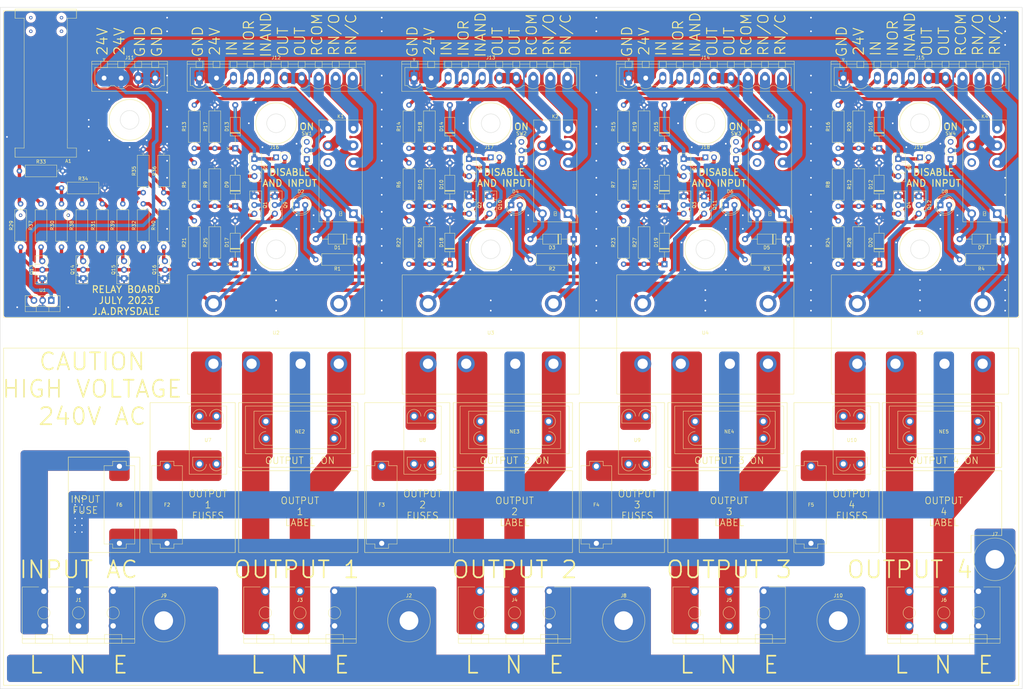
<source format=kicad_pcb>
(kicad_pcb (version 20211014) (generator pcbnew)
  (layers (0 "F.Cu" signal) (31 "B.Cu" signal) (34 "B.Paste" user) (35 "F.Paste" user) (36 "B.SilkS" user "B.Silkscreen") (37 "F.SilkS" user "F.Silkscreen") (38 "B.Mask" user) (39 "F.Mask" user) (44 "Edge.Cuts" user))
  (net 0 "")
  (net 1 "Net-(F2-Pad2)")
  (net 2 "Net-(F2-Pad1)")
  (net 3 "Net-(F3-Pad1)")
  (net 4 "Net-(F4-Pad1)")
  (net 5 "Net-(F5-Pad1)")
  (net 6 "Net-(F6-Pad1)")
  (net 7 "Net-(J1-Pad2)")
  (net 8 "Net-(J3-Pad2)")
  (net 9 "Net-(J4-Pad2)")
  (net 10 "Net-(J5-Pad2)")
  (net 11 "Net-(J6-Pad2)")
  (net 12 "+24V")
  (net 13 "Net-(D1-Pad2)")
  (net 14 "Net-(U2-Pad8)")
  (net 15 "Net-(D2-Pad2)")
  (net 16 "Net-(D3-Pad2)")
  (net 17 "Net-(U3-Pad8)")
  (net 18 "Net-(D4-Pad2)")
  (net 19 "Net-(D5-Pad2)")
  (net 20 "Net-(U4-Pad8)")
  (net 21 "Net-(D6-Pad2)")
  (net 22 "Net-(D7-Pad2)")
  (net 23 "Net-(U10-Pad2)")
  (net 24 "Net-(J1-Pad3)")
  (net 25 "Net-(J3-Pad1)")
  (net 26 "Net-(J4-Pad1)")
  (net 27 "Net-(J5-Pad1)")
  (net 28 "Net-(J6-Pad1)")
  (net 29 "Net-(D8-Pad2)")
  (net 30 "Net-(D9-Pad1)")
  (net 31 "GND")
  (net 32 "Net-(D10-Pad1)")
  (net 33 "Net-(D11-Pad1)")
  (net 34 "Net-(D12-Pad1)")
  (net 35 "Net-(D13-Pad1)")
  (net 36 "Net-(D13-Pad2)")
  (net 37 "Net-(D14-Pad1)")
  (net 38 "Net-(D14-Pad2)")
  (net 39 "Net-(D15-Pad1)")
  (net 40 "Net-(D15-Pad2)")
  (net 41 "Net-(D16-Pad1)")
  (net 42 "Net-(D16-Pad2)")
  (net 43 "Net-(D17-Pad1)")
  (net 44 "Net-(D18-Pad1)")
  (net 45 "Net-(D19-Pad1)")
  (net 46 "Net-(D20-Pad1)")
  (net 47 "/IN_1")
  (net 48 "/IN_1_OR")
  (net 49 "/IN_1_AND")
  (net 50 "/OUT_1")
  (net 51 "/RELAY_1_COM")
  (net 52 "/RELAY_1_NO")
  (net 53 "/RELAY_1_NC")
  (net 54 "/IN_2")
  (net 55 "/IN_2_OR")
  (net 56 "/IN_2_AND")
  (net 57 "/OUT_2")
  (net 58 "/RELAY_2_COM")
  (net 59 "/RELAY_2_NO")
  (net 60 "/RELAY_2_NC")
  (net 61 "/IN_3")
  (net 62 "/IN_3_OR")
  (net 63 "/IN_3_AND")
  (net 64 "/OUT_3")
  (net 65 "/RELAY_3_COM")
  (net 66 "/RELAY_3_NO")
  (net 67 "/RELAY_3_NC")
  (net 68 "/IN_4")
  (net 69 "/IN_4_OR")
  (net 70 "/IN_4_AND")
  (net 71 "/OUT_4")
  (net 72 "/RELAY_4_COM")
  (net 73 "/RELAY_4_NO")
  (net 74 "/RELAY_4_NC")
  (net 94 "Net-(Q13-Pad3)")
  (net 95 "Net-(Q14-Pad3)")
  (net 96 "Net-(Q15-Pad3)")
  (net 97 "Net-(Q16-Pad3)")
  (net 98 "/SENSE_1")
  (net 99 "/SENSE_2")
  (net 100 "/SENSE_3")
  (net 101 "/SENSE_4")
  (net 102 "/DRIVE_1")
  (net 103 "/DRIVE_2")
  (net 104 "/DRIVE_3")
  (net 105 "/DRIVE_4")
  (net 106 "Net-(A1-Pad30)")
  (net 107 "Net-(D1-Pad1)")
  (net 108 "Net-(D3-Pad1)")
  (net 109 "Net-(D5-Pad1)")
  (net 110 "Net-(D7-Pad1)")
  (footprint "Diode_THT:D_A-405_P12.70mm_Horizontal" (layer "F.Cu") (at 344.35 118 180)
    (fp_text reference "D7")
    (fp_text value "1N4007")
  )
  (footprint "Diode_THT:D_A-405_P12.70mm_Horizontal" (layer "F.Cu") (at 308 125.35 90)
    (fp_text reference "D20")
    (fp_text value "D_Zener")
  )
  (footprint "Connector_Phoenix_MSTB:PhoenixContact_MSTBVA_2,5_10-G_1x10_P5.00mm_Vertical" (layer "F.Cu") (at 234.5 70.7225)
    (fp_text reference "J14")
    (fp_text value "Screw_Terminal_01x10")
  )
  (footprint "Resistor_THT:R_Axial_DIN0309_L9.0mm_D3.2mm_P12.70mm_Horizontal" (layer "F.Cu") (at 233 78.65 -90)
    (fp_text reference "R15")
    (fp_text value "1K")
  )
  (footprint "Connector_PinHeader_2.54mm:PinHeader_1x03_P2.54mm_Vertical" (layer "F.Cu") (at 329 94.525 180)
    (fp_text reference "SW4")
    (fp_text value "SW_SPDT")
  )
  (footprint "Resistor_THT:R_Axial_DIN0309_L9.0mm_D3.2mm_P12.70mm_Horizontal" (layer "F.Cu") (at 170 95.65 -90)
    (fp_text reference "R6")
    (fp_text value "1K")
  )
  (footprint "Package_TO_SOT_THT:TO-126-3_Vertical" (layer "F.Cu") (at 250.625 105.46 -90)
    (fp_text reference "Q3")
    (fp_text value "BD135")
  )
  (footprint "RelayBoard:TerminalBlock10_16mm3P" (layer "F.Cu") (at 264 229)
    (fp_text reference "J5")
    (fp_text value "Screw_Terminal_01x03")
  )
  (footprint "Package_TO_SOT_THT:TO-126-3_Vertical" (layer "F.Cu") (at 187.625 105.46 -90)
    (fp_text reference "Q2")
    (fp_text value "BD135")
  )
  (footprint "RelayBoard:neon lamp" (layer "F.Cu") (at 138 174 180)
    (fp_text reference "NE2")
    (fp_text value "Lamp_Neon")
  )
  (footprint "RelayBoard:5mm fixing" (layer "F.Cu") (at 233 230)
    (fp_text reference "J8")
    (fp_text value "Screw_Terminal_01x01")
  )
  (footprint "Connector_PinHeader_2.54mm:PinHeader_1x03_P2.54mm_Vertical" (layer "F.Cu") (at 140 94.525 180)
    (fp_text reference "SW1")
    (fp_text value "SW_SPDT")
  )
  (footprint "RelayBoard:OMRON_G7L-2A-P-PV" (layer "F.Cu") (at 320 146)
    (fp_text reference "U5")
    (fp_text value "OMRON_G7L-2A-P-PV")
  )
  (footprint "Resistor_THT:R_Axial_DIN0309_L9.0mm_D3.2mm_P12.70mm_Horizontal" (layer "F.Cu") (at 56 120.35 90)
    (fp_text reference "R29")
    (fp_text value "3K9")
  )
  (footprint "Resistor_THT:R_Axial_DIN0309_L9.0mm_D3.2mm_P12.70mm_Horizontal" (layer "F.Cu") (at 74 107.65 -90)
    (fp_text reference "R38")
    (fp_text value "100R")
  )
  (footprint "RelayBoard:neon lamp" (layer "F.Cu") (at 201 174 180)
    (fp_text reference "NE3")
    (fp_text value "Lamp_Neon")
  )
  (footprint "RelayBoard:TerminalBlock10_16mm3P" (layer "F.Cu") (at 201 229)
    (fp_text reference "J4")
    (fp_text value "Screw_Terminal_01x03")
  )
  (footprint "RelayBoard:OMRON_G7L-2A-P-PV" (layer "F.Cu") (at 257 146)
    (fp_text reference "U4")
    (fp_text value "OMRON_G7L-2A-P-PV")
  )
  (footprint "Resistor_THT:R_Axial_DIN0309_L9.0mm_D3.2mm_P12.70mm_Horizontal" (layer "F.Cu") (at 176 108.35 90)
    (fp_text reference "R10")
    (fp_text value "10K")
  )
  (footprint "Resistor_THT:R_Axial_DIN0309_L9.0mm_D3.2mm_P12.70mm_Horizontal" (layer "F.Cu") (at 344.35 124 180)
    (fp_text reference "R4")
    (fp_text value "2K2")
  )
  (footprint "Resistor_THT:R_Axial_DIN0309_L9.0mm_D3.2mm_P12.70mm_Horizontal" (layer "F.Cu") (at 233 112.65 -90)
    (fp_text reference "R23")
    (fp_text value "1K")
  )
  (footprint "Resistor_THT:R_Axial_DIN0309_L9.0mm_D3.2mm_P12.70mm_Horizontal" (layer "F.Cu") (at 107 95.65 -90)
    (fp_text reference "R5")
    (fp_text value "1K")
  )
  (footprint "Package_TO_SOT_THT:TO-126-3_Vertical" (layer "F.Cu") (at 130.625 105.46 -90)
    (fp_text reference "Q9")
    (fp_text value "BD135")
  )
  (footprint "Resistor_THT:R_Axial_DIN0309_L9.0mm_D3.2mm_P12.70mm_Horizontal" (layer "F.Cu") (at 86 107.65 -90)
    (fp_text reference "R39")
    (fp_text value "100R")
  )
  (footprint "RelayBoard:OMRON_G7L-2A-P-PV" (layer "F.Cu") (at 131 146)
    (fp_text reference "U2")
    (fp_text value "OMRON_G7L-2A-P-PV")
  )
  (footprint "Resistor_THT:R_Axial_DIN0309_L9.0mm_D3.2mm_P12.70mm_Horizontal" (layer "F.Cu") (at 176 125.35 90)
    (fp_text reference "R26")
    (fp_text value "10K")
  )
  (footprint "Diode_THT:D_A-405_P12.70mm_Horizontal" (layer "F.Cu") (at 182 91.35 90)
    (fp_text reference "D14")
    (fp_text value "D_Zener")
  )
  (footprint "Package_TO_SOT_THT:TO-126-3_Vertical" (layer "F.Cu") (at 124.625 105.46 -90)
    (fp_text reference "Q1")
    (fp_text value "BD135")
  )
  (footprint "Connector_PinHeader_2.54mm:PinHeader_1x02_P2.54mm_Vertical" (layer "F.Cu") (at 131 94 90)
    (fp_text reference "J16")
    (fp_text value "Conn_01x02_Male")
  )
  (footprint "Resistor_THT:R_Axial_DIN0309_L9.0mm_D3.2mm_P12.70mm_Horizontal" (layer "F.Cu") (at 296 78.65 -90)
    (fp_text reference "R16")
    (fp_text value "1K")
  )
  (footprint "MyParts:Arduino_Nano_SM" (layer "F.Cu") (at 71 90 180)
    (fp_text reference "A1")
    (fp_text value "Arduino_Nano_Every")
  )
  (footprint "Connector_Phoenix_MSTB:PhoenixContact_MSTBVA_2,5_4-G_1x04_P5.00mm_Vertical" (layer "F.Cu") (at 80.5 70.7225)
    (fp_text reference "J11")
    (fp_text value "Screw_Terminal_01x04")
  )
  (footprint "RelayBoard:Relay_DPDT_HF140FF" (layer "F.Cu") (at 216.6875 110.5375 90)
    (fp_text reference "K2")
    (fp_text value "EC2-3NU")
  )
  (footprint "Diode_THT:D_A-405_P12.70mm_Horizontal" (layer "F.Cu") (at 245 125.35 90)
    (fp_text reference "D19")
    (fp_text value "D_Zener")
  )
  (footprint "Resistor_THT:R_Axial_DIN0309_L9.0mm_D3.2mm_P12.70mm_Horizontal" (layer "F.Cu") (at 68 120.35 90)
    (fp_text reference "R30")
    (fp_text value "3K9")
  )
  (footprint "Resistor_THT:R_Axial_DIN0309_L9.0mm_D3.2mm_P12.70mm_Horizontal" (layer "F.Cu") (at 113 108.35 90)
    (fp_text reference "R9")
    (fp_text value "10K")
  )
  (footprint "Diode_THT:D_A-405_P12.70mm_Horizontal" (layer "F.Cu") (at 218.35 118 180)
    (fp_text reference "D3")
    (fp_text value "1N4007")
  )
  (footprint "RelayBoard:Relay_DPDT_HF140FF" (layer "F.Cu") (at 342.6875 110.5375 90)
    (fp_text reference "K4")
    (fp_text value "EC2-3NU")
  )
  (footprint "RelayBoard:Relay_DPDT_HF140FF" (layer "F.Cu") (at 279.6875 110.5375 90)
    (fp_text reference "K3")
    (fp_text value "EC2-3NU")
  )
  (footprint "Connector_Phoenix_MSTB:PhoenixContact_MSTBVA_2,5_10-G_1x10_P5.00mm_Vertical" (layer "F.Cu") (at 171.5 70.7225)
    (fp_text reference "J13")
    (fp_text value "Screw_Terminal_01x10")
  )
  (footprint "Connector_PinHeader_2.54mm:PinHeader_1x03_P2.54mm_Vertical" (layer "F.Cu") (at 203 94.54 180)
    (fp_text reference "SW2")
    (fp_text value "SW_SPDT")
  )
  (footprint "Resistor_THT:R_Axial_DIN0309_L9.0mm_D3.2mm_P12.70mm_Horizontal" (layer "F.Cu") (at 239 125.35 90)
    (fp_text reference "R27")
    (fp_text value "10K")
  )
  (footprint "Resistor_THT:R_Axial_DIN0309_L9.0mm_D3.2mm_P12.70mm_Horizontal" (layer "F.Cu") (at 239 108.35 90)
    (fp_text reference "R11")
    (fp_text value "10K")
  )
  (footprint "RelayBoard:FuseHolder" (layer "F.Cu") (at 85 196 -90)
    (fp_text reference "F6")
    (fp_text value "Fuse")
  )
  (footprint "Diode_THT:D_A-405_P12.70mm_Horizontal" (layer "F.Cu") (at 308 108.35 90)
    (fp_text reference "D12")
    (fp_text value "D_Zener")
  )
  (footprint "RelayBoard:ThermalTrip" (layer "F.Cu") (at 174 177 90)
    (fp_text reference "U8")
    (fp_text value "ThermalTrip")
  )
  (footprint "Package_TO_SOT_THT:TO-126-3_Vertical" (layer "F.Cu") (at 62.375 129.54 90)
    (fp_text reference "Q13")
    (fp_text value "BD135")
  )
  (footprint "Package_TO_SOT_THT:TO-126-3_Vertical" (layer "F.Cu") (at 86.375 129.54 90)
    (fp_text reference "Q15")
    (fp_text value "BD135")
  )
  (footprint "Resistor_THT:R_Axial_DIN0309_L9.0mm_D3.2mm_P12.70mm_Horizontal" (layer "F.Cu") (at 233 95.65 -90)
    (fp_text reference "R7")
    (fp_text value "1K")
  )
  (footprint "Package_TO_SOT_THT:TO-126-3_Vertical" (layer "F.Cu") (at 250.625 94.46 -90)
    (fp_text reference "Q7")
    (fp_text value "BD135")
  )
  (footprint "Resistor_THT:R_Axial_DIN0309_L9.0mm_D3.2mm_P12.70mm_Horizontal" (layer "F.Cu") (at 302 125.35 90)
    (fp_text reference "R28")
    (fp_text value "10K")
  )
  (footprint "Resistor_THT:R_Axial_DIN0309_L9.0mm_D3.2mm_P12.70mm_Horizontal" (layer "F.Cu") (at 302 91.35 90)
    (fp_text reference "R20")
    (fp_text value "10K")
  )
  (footprint "RelayBoard:FuseHolder" (layer "F.Cu") (at 99 196 -90)
    (fp_text reference "F2")
    (fp_text value "Fuse")
  )
  (footprint "Resistor_THT:R_Axial_DIN0309_L9.0mm_D3.2mm_P12.70mm_Horizontal" (layer "F.Cu") (at 170 78.65 -90)
    (fp_text reference "R14")
    (fp_text value "1K")
  )
  (footprint "Package_TO_SOT_THT:TO-126-3_Vertical" (layer "F.Cu") (at 313.625 94.46 -90)
    (fp_text reference "Q8")
    (fp_text value "BD135")
  )
  (footprint "RelayBoard:FuseHolder" (layer "F.Cu") (at 288 196 -90)
    (fp_text reference "F5")
    (fp_text value "Fuse")
  )
  (footprint "RelayBoard:ThermalTrip" (layer "F.Cu") (at 300 177 90)
    (fp_text reference "U10")
    (fp_text value "ThermalTrip")
  )
  (footprint "Resistor_THT:R_Axial_DIN0309_L9.0mm_D3.2mm_P12.70mm_Horizontal" (layer "F.Cu") (at 170 112.65 -90)
    (fp_text reference "R22")
    (fp_text value "1K")
  )
  (footprint "LED_THT:LED_D5.0mm" (layer "F.Cu") (at 200 108)
    (fp_text reference "D4")
    (fp_text value "LED")
  )
  (footprint "LED_THT:LED_D5.0mm" (layer "F.Cu") (at 263 108)
    (fp_text reference "D6")
    (fp_text value "LED")
  )
  (footprint "Connector_PinHeader_2.54mm:PinHeader_1x02_P2.54mm_Vertical" (layer "F.Cu") (at 257 94 90)
    (fp_text reference "J18")
    (fp_text value "Conn_01x02_Male")
  )
  (footprint "Connector_PinHeader_2.54mm:PinHeader_1x03_P2.54mm_Vertical" (layer "F.Cu") (at 266 94.525 180)
    (fp_text reference "SW3")
    (fp_text value "SW_SPDT")
  )
  (footprint "RelayBoard:neon lamp" (layer "F.Cu") (at 264 174 180)
    (fp_text reference "NE4")
    (fp_text value "Lamp_Neon")
  )
  (footprint "Resistor_THT:R_Axial_DIN0309_L9.0mm_D3.2mm_P12.70mm_Horizontal" (layer "F.Cu") (at 92 120.35 90)
    (fp_text reference "R32")
    (fp_text value "3K9")
  )
  (footprint "Diode_THT:D_A-405_P12.70mm_Horizontal" (layer "F.Cu") (at 119 125.35 90)
    (fp_text reference "D17")
    (fp_text value "D_Zener")
  )
  (footprint "RelayBoard:5mm fixing" (layer "F.Cu") (at 170 230)
    (fp_text reference "J2")
    (fp_text value "Screw_Terminal_01x01")
  )
  (footprint "Resistor_THT:R_Axial_DIN0309_L9.0mm_D3.2mm_P12.70mm_Horizontal" (layer "F.Cu") (at 218.35 124 180)
    (fp_text reference "R2")
    (fp_text value "2K2")
  )
  (footprint "RelayBoard:OMRON_G7L-2A-P-PV" (layer "F.Cu") (at 194 146)
    (fp_text reference "U3")
    (fp_text value "OMRON_G7L-2A-P-PV")
  )
  (footprint "Diode_THT:D_A-405_P12.70mm_Horizontal" (layer "F.Cu") (at 155.35 118 180)
    (fp_text reference "D1")
    (fp_text value "1N4007")
  )
  (footprint "LED_THT:LED_D5.0mm" (layer "F.Cu") (at 137 108)
    (fp_text reference "D2")
    (fp_text value "LED")
  )
  (footprint "Resistor_THT:R_Axial_DIN0309_L9.0mm_D3.2mm_P12.70mm_Horizontal" (layer "F.Cu") (at 302 108.35 90)
    (fp_text reference "R12")
    (fp_text value "10K")
  )
  (footprint "RelayBoard:neon lamp" (layer "F.Cu") (at 327 174 180)
    (fp_text reference "NE5")
    (fp_text value "Lamp_Neon")
  )
  (footprint "Diode_THT:D_A-405_P12.70mm_Horizontal" (layer "F.Cu") (at 308 91.35 90)
    (fp_text reference "D16")
    (fp_text value "D_Zener")
  )
  (footprint "Resistor_THT:R_Axial_DIN0309_L9.0mm_D3.2mm_P12.70mm_Horizontal" (layer "F.Cu") (at 55.65 98)
    (fp_text reference "R33")
    (fp_text value "1K")
  )
  (footprint "Resistor_THT:R_Axial_DIN0309_L9.0mm_D3.2mm_P12.70mm_Horizontal" (layer "F.Cu") (at 68 103)
    (fp_text reference "R34")
    (fp_text value "1K")
  )
  (footprint "RelayBoard:5mm fixing" (layer "F.Cu") (at 296 230)
    (fp_text reference "J10")
    (fp_text value "Screw_Terminal_01x01")
  )
  (footprint "Package_TO_SOT_THT:TO-126-3_Vertical" (layer "F.Cu") (at 193.625 105.46 -90)
    (fp_text reference "Q10")
    (fp_text value "BD135")
  )
  (footprint "RelayBoard:TerminalBlock10_16mm3P" (layer "F.Cu") (at 73 229)
    (fp_text reference "J1")
    (fp_text value "Screw_Terminal_01x03")
  )
  (footprint "Package_TO_SOT_THT:TO-220-3_Vertical" (layer "F.Cu") (at 65 136 180)
    (fp_text reference "U1")
    (fp_text value "LM7809_TO220")
  )
  (footprint "LED_THT:LED_D5.0mm" (layer "F.Cu") (at 326 108)
    (fp_text reference "D8")
    (fp_text value "LED")
  )
  (footprint "Resistor_THT:R_Axial_DIN0309_L9.0mm_D3.2mm_P12.70mm_Horizontal" (layer "F.Cu") (at 98 107.65 -90)
    (fp_text reference "R40")
    (fp_text value "100R")
  )
  (footprint "Resistor_THT:R_Axial_DIN0309_L9.0mm_D3.2mm_P12.70mm_Horizontal" (layer "F.Cu") (at 113 91.35 90)
    (fp_text reference "R17")
    (fp_text value "10K")
  )
  (footprint "Diode_THT:D_A-405_P12.70mm_Horizontal" (layer "F.Cu") (at 182 125.35 90)
    (fp_text reference "D18")
    (fp_text value "D_Zener")
  )
  (footprint "Diode_THT:D_A-405_P12.70mm_Horizontal" (layer "F.Cu") (at 281.35 118 180)
    (fp_text reference "D5")
    (fp_text value "1N4007")
  )
  (footprint "Diode_THT:D_A-405_P12.70mm_Horizontal" (layer "F.Cu") (at 245 108.35 90)
    (fp_text reference "D11")
    (fp_text value "D_Zener")
  )
  (footprint "Diode_THT:D_A-405_P12.70mm_Horizontal" (layer "F.Cu") (at 119 91.35 90)
    (fp_text reference "D13")
    (fp_text value "D_Zener")
  )
  (footprint "Resistor_THT:R_Axial_DIN0309_L9.0mm_D3.2mm_P12.70mm_Horizontal" (layer "F.Cu") (at 113 125.35 90)
    (fp_text reference "R25")
    (fp_text value "10K")
  )
  (footprint "Package_TO_SOT_THT:TO-126-3_Vertical" (layer "F.Cu") (at 187.625 94.46 -90)
    (fp_text reference "Q6")
    (fp_text value "BD135")
  )
  (footprint "Diode_THT:D_A-405_P12.70mm_Horizontal" (layer "F.Cu") (at 182 108.35 90)
    (fp_text reference "D10")
    (fp_text value "D_Zener")
  )
  (footprint "RelayBoard:FuseHolder" (layer "F.Cu") (at 225 196 -90)
    (fp_text reference "F4")
    (fp_text value "Fuse")
  )
  (footprint "Resistor_THT:R_Axial_DIN0309_L9.0mm_D3.2mm_P12.70mm_Horizontal" (layer "F.Cu") (at 107 78.65 -90)
    (fp_text reference "R13")
    (fp_text value "1K")
  )
  (footprint "RelayBoard:5mm fixing" (layer "F.Cu") (at 98 230)
    (fp_text reference "J9")
    (fp_text value "Screw_Terminal_01x01")
  )
  (footprint "Package_TO_SOT_THT:TO-126-3_Vertical" (layer "F.Cu") (at 313.625 105.46 -90)
    (fp_text reference "Q4")
    (fp_text value "BD135")
  )
  (footprint "Diode_THT:D_A-405_P12.70mm_Horizontal" (layer "F.Cu") (at 119 108.35 90)
    (fp_text reference "D9")
    (fp_text value "D_Zener")
  )
  (footprint "Connector_Phoenix_MSTB:PhoenixContact_MSTBVA_2,5_10-G_1x10_P5.00mm_Vertical" (layer "F.Cu") (at 108.5 70.7225)
    (fp_text reference "J12")
    (fp_text value "Screw_Terminal_01x10")
  )
  (footprint "RelayBoard:Relay_DPDT_HF140FF" (layer "F.Cu") (at 153.6875 110.5375 90)
    (fp_text reference "K1")
    (fp_text value "EC2-3NU")
  )
  (footprint "Connector_PinHeader_2.54mm:PinHeader_1x02_P2.54mm_Vertical" (layer "F.Cu") (at 320 94 90)
    (fp_text reference "J19")
    (fp_text value "Conn_01x02_Male")
  )
  (footprint "RelayBoard:TerminalBlock10_16mm3P" (layer "F.Cu") (at 138 229)
    (fp_text reference "J3")
    (fp_text value "Screw_Terminal_01x03")
  )
  (footprint "RelayBoard:ThermalTrip" (layer "F.Cu") (at 111 177 90)
    (fp_text reference "U7")
    (fp_text value "ThermalTrip")
  )
  (footprint "Resistor_THT:R_Axial_DIN0309_L9.0mm_D3.2mm_P12.70mm_Horizontal" (layer "F.Cu") (at 92 104.35 90)
    (fp_text reference "R35")
    (fp_text value "1K")
  )
  (footprint "Connector_Phoenix_MSTB:PhoenixContact_MSTBVA_2,5_10-G_1x10_P5.00mm_Vertical" (layer "F.Cu") (at 297.5 70.7225)
    (fp_text reference "J15")
    (fp_text value "Screw_Terminal_01x10")
  )
  (footprint "Resistor_THT:R_Axial_DIN0309_L9.0mm_D3.2mm_P12.70mm_Horizontal" (layer "F.Cu") (at 239 91.35 90)
    (fp_text reference "R19")
    (fp_text value "10K")
  )
  (footprint "Resistor_THT:R_Axial_DIN0309_L9.0mm_D3.2mm_P12.70mm_Horizontal" (layer "F.Cu") (at 80 120.35 90)
    (fp_text reference "R31")
    (fp_text value "3K9")
  )
  (footprint "Package_TO_SOT_THT:TO-126-3_Vertical" (layer "F.Cu") (at 319.625 105.46 -90)
    (fp_text reference "Q12")
    (fp_text value "BD135")
  )
  (footprint "RelayBoard:FuseHolder" (layer "F.Cu") (at 162 196 -90)
    (fp_text reference "F3")
    (fp_text value "Fuse")
  )
  (footprint "RelayBoard:TerminalBlock10_16mm3P" (layer "F.Cu") (at 327 229)
    (fp_text reference "J6")
    (fp_text value "Screw_Terminal_01x03")
  )
  (footprint "Diode_THT:D_A-405_P12.70mm_Horizontal" (layer "F.Cu") (at 245 91.35 90)
    (fp_text reference "D15")
    (fp_text value "D_Zener")
  )
  (footprint "Package_TO_SOT_THT:TO-126-3_Vertical" (layer "F.Cu") (at 98.375 129.54 90)
    (fp_text reference "Q16")
    (fp_text value "BD135")
  )
  (footprint "Resistor_THT:R_Axial_DIN0309_L9.0mm_D3.2mm_P12.70mm_Horizontal" (layer "F.Cu") (at 296 112.65 -90)
    (fp_text reference "R24")
    (fp_text value "1K")
  )
  (footprint "RelayBoard:5mm fixing" (layer "F.Cu") (at 342 212)
    (fp_text reference "J7")
    (fp_text value "Screw_Terminal_01x01")
  )
  (footprint "Resistor_THT:R_Axial_DIN0309_L9.0mm_D3.2mm_P12.70mm_Horizontal" (layer "F.Cu") (at 176 91.35 90)
    (fp_text reference "R18")
    (fp_text value "10K")
  )
  (footprint "Resistor_THT:R_Axial_DIN0309_L9.0mm_D3.2mm_P12.70mm_Horizontal" (layer "F.Cu") (at 107 112.65 -90)
    (fp_text reference "R21")
    (fp_text value "1K")
  )
  (footprint "Connector_PinHeader_2.54mm:PinHeader_1x02_P2.54mm_Vertical" (layer "F.Cu") (at 194 94 90)
    (fp_text reference "J17")
    (fp_text value "Conn_01x02_Male")
  )
  (footprint "Resistor_THT:R_Axial_DIN0309_L9.0mm_D3.2mm_P12.70mm_Horizontal" (layer "F.Cu") (at 98 104.35 90)
    (fp_text reference "R36")
    (fp_text value "1K")
  )
  (footprint "Resistor_THT:R_Axial_DIN0309_L9.0mm_D3.2mm_P12.70mm_Horizontal" (layer "F.Cu") (at 62 107.65 -90)
    (fp_text reference "R37")
    (fp_text value "100R")
  )
  (footprint "Package_TO_SOT_THT:TO-126-3_Vertical" (layer "F.Cu") (at 256.625 105.46 -90)
    (fp_text reference "Q11")
    (fp_text value "BD135")
  )
  (footprint "RelayBoard:ThermalTrip" (layer "F.Cu") (at 237 177 90)
    (fp_text reference "U9")
    (fp_text value "ThermalTrip")
  )
  (footprint "Resistor_THT:R_Axial_DIN0309_L9.0mm_D3.2mm_P12.70mm_Horizontal" (layer "F.Cu") (at 155.35 124 180)
    (fp_text reference "R1")
    (fp_text value "2K2")
  )
  (footprint "Resistor_THT:R_Axial_DIN0309_L9.0mm_D3.2mm_P12.70mm_Horizontal" (layer "F.Cu") (at 281.35 124 180)
    (fp_text reference "R3")
    (fp_text value "2K2")
  )
  (footprint "Resistor_THT:R_Axial_DIN0309_L9.0mm_D3.2mm_P12.70mm_Horizontal" (layer "F.Cu") (at 296 95.65 -90)
    (fp_text reference "R8")
    (fp_text value "1K")
  )
  (footprint "Package_TO_SOT_THT:TO-126-3_Vertical" (layer "F.Cu") (at 124.625 94.46 -90)
    (fp_text reference "Q5")
    (fp_text value "BD135")
  )
  (footprint "Package_TO_SOT_THT:TO-126-3_Vertical" (layer "F.Cu") (at 74.375 129.54 90)
    (fp_text reference "Q14")
    (fp_text value "BD135")
  )
  (gr_rect (start 183 166) (end 218 185) (layer "F.SilkS") (width 0.15) (fill none))
  (gr_rect (start 120 186) (end 155 210) (layer "F.SilkS") (width 0.15) (fill none))
  (gr_rect (start 308 166) (end 283 210) (layer "F.SilkS") (width 0.15) (fill none))
  (gr_rect (start 309 166) (end 344 185) (layer "F.SilkS") (width 0.15) (fill none))
  (gr_rect (start 182 166) (end 157 210) (layer "F.SilkS") (width 0.15) (fill none))
  (gr_rect (start 246 166) (end 281 185) (layer "F.SilkS") (width 0.15) (fill none))
  (gr_rect (start 183 186) (end 218 210) (layer "F.SilkS") (width 0.15) (fill none))
  (gr_circle (center 194 121) (end 200 121) (layer "F.SilkS") (width 0.15) (fill none))
  (gr_line (start 309 186) (end 344 186) (layer "F.SilkS") (width 0.15))
  (gr_circle (center 194 84) (end 200 84) (layer "F.SilkS") (width 0.15) (fill none))
  (gr_circle (center 88 83) (end 94 83) (layer "F.SilkS") (width 0.15) (fill none))
  (gr_circle (center 257 84) (end 263 84) (layer "F.SilkS") (width 0.15) (fill none))
  (gr_circle (center 320 121) (end 326 121) (layer "F.SilkS") (width 0.15) (fill none))
  (gr_line (start 344 205) (end 335 205) (layer "F.SilkS") (width 0.15))
  (gr_rect (start 349 150) (end 51 249) (layer "F.SilkS") (width 0.15) (fill none))
  (gr_rect (start 51 141) (end 349 51) (layer "F.SilkS") (width 0.15) (fill none))
  (gr_rect (start 119 166) (end 94 210) (layer "F.SilkS") (width 0.15) (fill none))
  (gr_line (start 335 210) (end 309 210) (layer "F.SilkS") (width 0.15))
  (gr_circle (center 320 84) (end 326 84) (layer "F.SilkS") (width 0.15) (fill none))
  (gr_rect (start 91 210) (end 70 182) (layer "F.SilkS") (width 0.15) (fill none))
  (gr_line (start 344 186) (end 344 205) (layer "F.SilkS") (width 0.15))
  (gr_rect (start 245 166) (end 220 210) (layer "F.SilkS") (width 0.15) (fill none))
  (gr_circle (center 131 84) (end 137 84) (layer "F.SilkS") (width 0.15) (fill none))
  (gr_line (start 309 186) (end 309 210) (layer "F.SilkS") (width 0.15))
  (gr_circle (center 257 121) (end 263 121) (layer "F.SilkS") (width 0.15) (fill none))
  (gr_rect (start 246 186) (end 281 210) (layer "F.SilkS") (width 0.15) (fill none))
  (gr_rect (start 120 166) (end 155 185) (layer "F.SilkS") (width 0.15) (fill none))
  (gr_line (start 335 205) (end 335 210) (layer "F.SilkS") (width 0.15))
  (gr_circle (center 131 121) (end 137 121) (layer "F.SilkS") (width 0.15) (fill none))
  (gr_circle (center 320 84) (end 322.75 84) (layer "Edge.Cuts") (width 0.1) (fill none))
  (gr_circle (center 131 121) (end 133.75 121) (layer "Edge.Cuts") (width 0.1) (fill none))
  (gr_circle (center 320 121) (end 322.75 121) (layer "Edge.Cuts") (width 0.1) (fill none))
  (gr_circle (center 88 83) (end 90.75 83) (layer "Edge.Cuts") (width 0.1) (fill none))
  (gr_circle (center 194 84) (end 196.75 84) (layer "Edge.Cuts") (width 0.1) (fill none))
  (gr_circle (center 257 121) (end 259.75 121) (layer "Edge.Cuts") (width 0.1) (fill none))
  (gr_rect (start 350 250) (end 50 50) (layer "Edge.Cuts") (width 0.1) (fill none))
  (gr_circle (center 131 84) (end 133.75 84) (layer "Edge.Cuts") (width 0.1) (fill none))
  (gr_circle (center 194 121) (end 196.75 121) (layer "Edge.Cuts") (width 0.1) (fill none))
  (gr_circle (center 257 84) (end 259.75 84) (layer "Edge.Cuts") (width 0.1) (fill none))
  (gr_text "INAND" (at 191 58 90) (layer "F.SilkS") (effects (font (size 3 3) (thickness 0.3))))
  (gr_text "RN/C" (at 342 58 90) (layer "F.SilkS") (effects (font (size 3 3) (thickness 0.3))))
  (gr_text "OUTPUT\n2\nLABEL" (at 201 198) (layer "F.SilkS") (effects (font (size 2 2) (thickness 0.2))))
  (gr_text "INPUT AC" (at 73 215) (layer "F.SilkS") (effects (font (size 5 5) (thickness 0.5))))
  (gr_text "CAUTION\nHIGH VOLTAGE\n240V AC" (at 77 162) (layer "F.SilkS") (effects (font (size 5 5) (thickness 0.5))))
  (gr_text "ON" (at 140 85) (layer "F.SilkS") (effects (font (size 2 2) (thickness 0.3))))
  (gr_text "RCOM" (at 269 58 90) (layer "F.SilkS") (effects (font (size 3 3) (thickness 0.3))))
  (gr_text "IN" (at 118 62 90) (layer "F.SilkS") (effects (font (size 3 3) (thickness 0.3))))
  (gr_text "ON" (at 329 85) (layer "F.SilkS") (effects (font (size 2 2) (thickness 0.3))))
  (gr_text "24V" (at 302 60 90) (layer "F.SilkS") (effects (font (size 3 3) (thickness 0.3))))
  (gr_text "GND" (at 96 60 90) (layer "F.SilkS") (effects (font (size 3 3) (thickness 0.3))))
  (gr_text "RN/O" (at 148 58 90) (layer "F.SilkS") (effects (font (size 3 3) (thickness 0.3))))
  (gr_text "OUT" (at 259 60 90) (layer "F.SilkS") (effects (font (size 3 3) (thickness 0.3))))
  (gr_text "IN" (at 181 62 90) (layer "F.SilkS") (effects (font (size 3 3) (thickness 0.3))))
  (gr_text "OUT" (at 327 60 90) (layer "F.SilkS") (effects (font (size 3 3) (thickness 0.3))))
  (gr_text "INAND" (at 317 58 90) (layer "F.SilkS") (effects (font (size 3 3) (thickness 0.3))))
  (gr_text "RN/C" (at 279 58 90) (layer "F.SilkS") (effects (font (size 3 3) (thickness 0.3))))
  (gr_text "ON" (at 203 85) (layer "F.SilkS") (effects (font (size 2 2) (thickness 0.3))))
  (gr_text "DISABLE\nAND INPUT" (at 324 100) (layer "F.SilkS") (effects (font (size 2 2) (thickness 0.3))))
  (gr_text "INOR" (at 312 59 90) (layer "F.SilkS") (effects (font (size 3 3) (thickness 0.3))))
  (gr_text "OUTPUT 4 ON" (at 327 183) (layer "F.SilkS") (effects (font (size 2 2) (thickness 0.2))))
  (gr_text "RCOM" (at 332 58 90) (layer "F.SilkS") (effects (font (size 3 3) (thickness 0.3))))
  (gr_text "RN/C" (at 153 58 90) (layer "F.SilkS") (effects (font (size 3 3) (thickness 0.3))))
  (gr_text "RN/O" (at 337 58 90) (layer "F.SilkS") (effects (font (size 3 3) (thickness 0.3))))
  (gr_text "OUTPUT\n1\nLABEL" (at 138 198) (layer "F.SilkS") (effects (font (size 2 2) (thickness 0.2))))
  (gr_text "RN/O" (at 274 58 90) (layer "F.SilkS") (effects (font (size 3 3) (thickness 0.3))))
  (gr_text "OUT" (at 322 60 90) (layer "F.SilkS") (effects (font (size 3 3) (thickness 0.3))))
  (gr_text "24V" (at 239 60 90) (layer "F.SilkS") (effects (font (size 3 3) (thickness 0.3))))
  (gr_text "INAND" (at 128 58 90) (layer "F.SilkS") (effects (font (size 3 3) (thickness 0.3))))
  (gr_text "RCOM" (at 143 58 90) (layer "F.SilkS") (effects (font (size 3 3) (thickness 0.3))))
  (gr_text "L  N  E" (at 264 243) (layer "F.SilkS") (effects (font (size 5 5) (thickness 0.5))))
  (gr_text "OUT" (at 138 60 90) (layer "F.SilkS") (effects (font (size 3 3) (thickness 0.3))))
  (gr_text "GND" (at 171 60 90) (layer "F.SilkS") (effects (font (size 3 3) (thickness 0.3))))
  (gr_text "OUTPUT\n3\nFUSES" (at 237 196) (layer "F.SilkS") (effects (font (size 2 2) (thickness 0.2))))
  (gr_text "OUTPUT\n4\nLABEL" (at 327 198) (layer "F.SilkS") (effects (font (size 2 2) (thickness 0.2))))
  (gr_text "OUTPUT\n1\nFUSES" (at 111 196) (layer "F.SilkS") (effects (font (size 2 2) (thickness 0.2))))
  (gr_text "L  N  E" (at 73 243) (layer "F.SilkS") (effects (font (size 5 5) (thickness 0.5))))
  (gr_text "OUTPUT\n3\nLABEL" (at 264 198) (layer "F.SilkS") (effects (font (size 2 2) (thickness 0.2))))
  (gr_text "INOR" (at 186 59 90) (layer "F.SilkS") (effects (font (size 3 3) (thickness 0.3))))
  (gr_text "OUTPUT 1" (at 137 215) (layer "F.SilkS") (effects (font (size 5 5) (thickness 0.5))))
  (gr_text "L  N  E" (at 327 243) (layer "F.SilkS") (effects (font (size 5 5) (thickness 0.5))))
  (gr_text "RN/C" (at 216 58 90) (layer "F.SilkS") (effects (font (size 3 3) (thickness 0.3))))
  (gr_text "INPUT\nFUSE" (at 75 196) (layer "F.SilkS") (effects (font (size 2 2) (thickness 0.2))))
  (gr_text "24V" (at 85 60 90) (layer "F.SilkS") (effects (font (size 3 3) (thickness 0.3))))
  (gr_text "GND" (at 108 60 90) (layer "F.SilkS") (effects (font (size 3 3) (thickness 0.3))))
  (gr_text "GND" (at 91 60 90) (layer "F.SilkS") (effects (font (size 3 3) (thickness 0.3))))
  (gr_text "24V" (at 176 60 90) (layer "F.SilkS") (effects (font (size 3 3) (thickness 0.3))))
  (gr_text "OUT" (at 133 60 90) (layer "F.SilkS") (effects (font (size 3 3) (thickness 0.3))))
  (gr_text "L  N  E" (at 201 243) (layer "F.SilkS") (effects (font (size 5 5) (thickness 0.5))))
  (gr_text "DISABLE\nAND INPUT" (at 261 100) (layer "F.SilkS") (effects (font (size 2 2) (thickness 0.3))))
  (gr_text "IN" (at 244 62 90) (layer "F.SilkS") (effects (font (size 3 3) (thickness 0.3))))
  (gr_text "GND" (at 297 60 90) (layer "F.SilkS") (effects (font (size 3 3) (thickness 0.3))))
  (gr_text "INOR" (at 123 59 90) (layer "F.SilkS") (effects (font (size 3 3) (thickness 0.3))))
  (gr_text "RCOM" (at 206 58 90) (layer "F.SilkS") (effects (font (size 3 3) (thickness 0.3))))
  (gr_text "OUTPUT 3" (at 264 215) (layer "F.SilkS") (effects (font (size 5 5) (thickness 0.5))))
  (gr_text "GND" (at 234 60 90) (layer "F.SilkS") (effects (font (size 3 3) (thickness 0.3))))
  (gr_text "OUT" (at 201 60 90) (layer "F.SilkS") (effects (font (size 3 3) (thickness 0.3))))
  (gr_text "DISABLE\nAND INPUT" (at 198 100) (layer "F.SilkS") (effects (font (size 2 2) (thickness 0.3))))
  (gr_text "OUTPUT 2 ON" (at 201 183) (layer "F.SilkS") (effects (font (size 2 2) (thickness 0.2))))
  (gr_text "OUTPUT 1 ON" (at 138 183) (layer "F.SilkS") (effects (font (size 2 2) (thickness 0.2))))
  (gr_text "RN/O" (at 211 58 90) (layer "F.SilkS") (effects (font (size 3 3) (thickness 0.3))))
  (gr_text "24V" (at 113 60 90) (layer "F.SilkS") (effects (font (size 3 3) (thickness 0.3))))
  (gr_text "OUTPUT 4" (at 317 215) (layer "F.SilkS") (effects (font (size 5 5) (thickness 0.5))))
  (gr_text "OUTPUT 3 ON" (at 264 183) (layer "F.SilkS") (effects (font (size 2 2) (thickness 0.2))))
  (gr_text "OUTPUT 2" (at 201 215) (layer "F.SilkS") (effects (font (size 5 5) (thickness 0.5))))
  (gr_text "DISABLE\nAND INPUT" (at 135 100) (layer "F.SilkS") (effects (font (size 2 2) (thickness 0.3))))
  (gr_text "RELAY BOARD\nJULY 2023\nJ.A.DRYSDALE" (at 87 136) (layer "F.SilkS") (effects (font (size 2 2) (thickness 0.3))))
  (gr_text "OUT" (at 264 60 90) (layer "F.SilkS") (effects (font (size 3 3) (thickness 0.3))))
  (gr_text "INAND" (at 254 58 90) (layer "F.SilkS") (effects (font (size 3 3) (thickness 0.3))))
  (gr_text "OUT" (at 196 60 90) (layer "F.SilkS") (effects (font (size 3 3) (thickness 0.3))))
  (gr_text "IN" (at 307 62 90) (layer "F.SilkS") (effects (font (size 3 3) (thickness 0.3))))
  (gr_text "24V" (at 80 60 90) (layer "F.SilkS") (effects (font (size 3 3) (thickness 0.3))))
  (gr_text "ON" (at 266 85) (layer "F.SilkS") (effects (font (size 2 2) (thickness 0.3))))
  (gr_text "INOR" (at 249 59 90) (layer "F.SilkS") (effects (font (size 3 3) (thickness 0.3))))
  (gr_text "L  N  E" (at 138 243) (layer "F.SilkS") (effects (font (size 5 5) (thickness 0.5))))
  (gr_text "OUTPUT\n2\nFUSES" (at 174 196) (layer "F.SilkS") (effects (font (size 2 2) (thickness 0.2))))
  (gr_text "OUTPUT\n4\nFUSES" (at 300 196) (layer "F.SilkS") (effects (font (size 2 2) (thickness 0.2))))
  (via (at 68 57) (size 1) (drill 0.5) (layers "F.Cu" "B.Cu") (net 0))
  (via (at 68 53) (size 1) (drill 0.5) (layers "F.Cu" "B.Cu") (net 0))
  (via (at 59 53) (size 1) (drill 0.5) (layers "F.Cu" "B.Cu") (net 0))
  (via (at 70 111) (size 1) (drill 0.5) (layers "F.Cu" "B.Cu") (net 0))
  (via (at 56 111) (size 1) (drill 0.5) (layers "F.Cu" "B.Cu") (net 0))
  (via (at 59 57) (size 1) (drill 0.5) (layers "F.Cu" "B.Cu") (net 0))
  (via (at 74 200) (size 0.8) (drill 0.4) (layers "F.Cu" "B.Cu") (net 7))
  (via (at 72 204) (size 0.8) (drill 0.4) (layers "F.Cu" "B.Cu") (net 7))
  (via (at 74 202) (size 0.8) (drill 0.4) (layers "F.Cu" "B.Cu") (net 7))
  (via (at 72 198) (size 0.8) (drill 0.4) (layers "F.Cu" "B.Cu") (net 7))
  (via (at 74 196) (size 0.8) (drill 0.4) (layers "F.Cu" "B.Cu") (net 7))
  (via (at 72 196) (size 0.8) (drill 0.4) (layers "F.Cu" "B.Cu") (net 7))
  (via (at 74 198) (size 0.8) (drill 0.4) (layers "F.Cu" "B.Cu") (net 7))
  (via (at 72 202) (size 0.8) (drill 0.4) (layers "F.Cu" "B.Cu") (net 7))
  (via (at 72 200) (size 0.8) (drill 0.4) (layers "F.Cu" "B.Cu") (net 7))
  (via (at 74 204) (size 0.8) (drill 0.4) (layers "F.Cu" "B.Cu") (net 7))
  (via (at 74 194) (size 0.8) (drill 0.4) (layers "F.Cu" "B.Cu") (net 7))
  (via (at 72 194) (size 0.8) (drill 0.4) (layers "F.Cu" "B.Cu") (net 7))
  (segment (start 302.5 70.7225) (end 302.5 71.5) (width 1) (layer "B.Cu") (net 12))
  (segment (start 142 92) (end 143 91) (width 1) (layer "B.Cu") (net 12))
  (segment (start 335.1875 85.1875) (end 325 75) (width 3) (layer "B.Cu") (net 12))
  (segment (start 95 111) (end 92 114) (width 1) (layer "B.Cu") (net 12))
  (segment (start 113.5 62.5) (end 113.5 70.7225) (width 5) (layer "B.Cu") (net 12))
  (segment (start 305 75) (end 302.5 72.5) (width 3) (layer "B.Cu") (net 12))
  (segment (start 268.015 91.985) (end 269 91) (width 1) (layer "B.Cu") (net 12))
  (segment (start 176 62) (end 176.5 62.5) (width 5) (layer "B.Cu") (net 12))
  (segment (start 239 62) (end 297 62) (width 5) (layer "B.Cu") (net 12))
  (segment (start 332 88.725) (end 335.1875 85.5375) (width 1) (layer "B.Cu") (net 12))
  (segment (start 239.5 70.7225) (end 239.5 73.5) (width 3) (layer "B.Cu") (net 12))
  (segment (start 241 75) (end 261.65 75) (width 3) (layer "B.Cu") (net 12))
  (segment (start 95 90) (end 95 111) (width 1) (layer "B.Cu") (net 12))
  (segment (start 59 132) (end 60 133) (width 1) (layer "B.Cu") (net 12))
  (segment (start 178 75) (end 198.65 75) (width 3) (layer "B.Cu") (net 12))
  (segment (start 113 62) (end 113.5 62.5) (width 5) (layer "B.Cu") (net 12))
  (segment (start 143 91) (end 143 88.725) (width 1) (layer "B.Cu") (net 12))
  (segment (start 60 133) (end 64 133) (width 1) (layer "B.Cu") (net 12))
  (segment (start 59 116) (end 59 132) (width 1) (layer "B.Cu") (net 12))
  (segment (start 96 89) (end 95 90) (width 1) (layer "B.Cu") (net 12))
  (segment (start 261.65 75) (end 272.1875 85.5375) (width 3) (layer "B.Cu") (net 12))
  (segment (start 203 92) (end 205 92) (width 1) (layer "B.Cu") (net 12))
  (segment (start 206 91) (end 206 88.725) (width 1) (layer "B.Cu") (net 12))
  (segment (start 113 62) (end 176 62) (width 5) (layer "B.Cu") (net 12))
  (segment (start 269 91) (end 269 88.725) (width 1) (layer "B.Cu") (net 12))
  (segment (start 93 75) (end 96 78) (width 1) (layer "B.Cu") (net 12))
  (segment (start 141.985 91.985) (end 142 92) (width 1) (layer "B.Cu") (net 12))
  (segment (start 116 75) (end 135.65 75) (width 3) (layer "B.Cu") (net 12))
  (segment (start 135.65 75) (end 146.1875 85.5375) (width 3) (layer "B.Cu") (net 12))
  (segment (start 332 91) (end 332 88.725) (width 1) (layer "B.Cu") (net 12))
  (segment (start 80.5 70.5) (end 89 62) (width 5) (layer "B.Cu") (net 12))
  (segment (start 87 75) (end 93 75) (width 1) (layer "B.Cu") (net 12))
  (segment (start 92 114) (end 61 114) (width 1) (layer "B.Cu") (net 12))
  (segment (start 302.5 67.5) (end 302.5 70.7225) (width 5) (layer "B.Cu") (net 12))
  (segment (start 239.5 73.5) (end 241 75) (width 3) (layer "B.Cu") (net 12))
  (segment (start 266 91.985) (end 268.015 91.985) (width 1) (layer "B.Cu") (net 12))
  (segment (start 239 62) (end 239.5 62.5) (width 5) (layer "B.Cu") (net 12))
  (segment (start 331.015 91.985) (end 332 91) (width 1) (layer "B.Cu") (net 12))
  (segment (start 140 91.985) (end 141.985 91.985) (width 1) (layer "B.Cu") (net 12))
  (segment (start 176.5 73.5) (end 178 75) (width 3) (layer "B.Cu") (net 12))
  (segment (start 80.5 70.7225) (end 80.5 70.5) (width 5) (layer "B.Cu") (net 12))
  (segment (start 176 62) (end 239 62) (width 5) (layer "B.Cu") (net 12))
  (segment (start 64 133) (end 65 134) (width 1) (layer "B.Cu") (net 12))
  (segment (start 65 134) (end 65 136) (width 1) (layer "B.Cu") (net 12))
  (segment (start 85.5 73.5) (end 87 75) (width 1) (layer "B.Cu") (net 12))
  (segment (start 302.5 72.5) (end 302.5 70.7225) (width 3) (layer "B.Cu") (net 12))
  (segment (start 61 114) (end 59 116) (width 1) (layer "B.Cu") (net 12))
  (segment (start 325 75) (end 305 75) (width 3) (layer "B.Cu") (net 12))
  (segment (start 96 78) (end 96 89) (width 1) (layer "B.Cu") (net 12))
  (segment (start 80.5 70.7225) (end 85.5 70.7225) (width 5) (layer "B.Cu") (net 12))
  (segment (start 329 91.985) (end 331.015 91.985) (width 1) (layer "B.Cu") (net 12))
  (segment (start 198.65 75) (end 209.1875 85.5375) (width 3) (layer "B.Cu") (net 12))
  (segment (start 297 62) (end 302.5 67.5) (width 5) (layer "B.Cu") (net 12))
  (segment (start 85.5 70.7225) (end 85.5 73.5) (width 1) (layer "B.Cu") (net 12))
  (segment (start 239.5 62.5) (end 239.5 70.7225) (width 5) (layer "B.Cu") (net 12))
  (segment (start 113.5 72.5) (end 116 75) (width 3) (layer "B.Cu") (net 12))
  (segment (start 89 62) (end 113 62) (width 5) (layer "B.Cu") (net 12))
  (segment (start 206 88.725) (end 209.1875 85.5375) (width 1) (layer "B.Cu") (net 12))
  (segment (start 143 88.725) (end 146.1875 85.5375) (width 1) (layer "B.Cu") (net 12))
  (segment (start 205 92) (end 206 91) (width 1) (layer "B.Cu") (net 12))
  (segment (start 176.5 62.5) (end 176.5 70.7225) (width 5) (layer "B.Cu") (net 12))
  (segment (start 113.5 70.7225) (end 113.5 72.5) (width 3) (layer "B.Cu") (net 12))
  (segment (start 269 88.725) (end 272.1875 85.5375) (width 1) (layer "B.Cu") (net 12))
  (segment (start 335.1875 85.5375) (end 335.1875 85.1875) (width 3) (layer "B.Cu") (net 12))
  (segment (start 176.5 70.7225) (end 176.5 73.5) (width 3) (layer "B.Cu") (net 12))
  (segment (start 102 137) (end 75 137) (width 1) (layer "F.Cu") (net 13))
  (segment (start 111.9 136.9) (end 110 135) (width 1) (layer "F.Cu") (net 13))
  (segment (start 62.375 127) (end 60 127) (width 1) (layer "F.Cu") (net 13))
  (segment (start 56 123) (end 56 120.35) (width 1) (layer "F.Cu") (net 13))
  (segment (start 65 127) (end 62.375 127) (width 1) (layer "F.Cu") (net 13))
  (segment (start 124.625 97) (end 132 97) (width 1) (layer "F.Cu") (net 13))
  (segment (start 110 135) (end 104 135) (width 1) (layer "F.Cu") (net 13))
  (segment (start 104 135) (end 102 137) (width 1) (layer "F.Cu") (net 13))
  (segment (start 75 137) (end 65 127) (width 1) (layer "F.Cu") (net 13))
  (segment (start 133.54 95.46) (end 133.54 94) (width 1) (layer "F.Cu") (net 13))
  (segment (start 132 97) (end 133.54 95.46) (width 1) (layer "F.Cu") (net 13))
  (segment (start 112.6 136.9) (end 111.9 136.9) (width 1) (layer "F.Cu") (net 13))
  (segment (start 60 127) (end 56 123) (width 1) (layer "F.Cu") (net 13))
  (segment (start 137 108) (end 137 107) (width 1) (layer "B.Cu") (net 13))
  (segment (start 146.1875 110.5375) (end 146.1875 114.4625) (width 1) (layer "B.Cu") (net 13))
  (segment (start 122 128) (end 113.1 136.9) (width 1) (layer "B.Cu") (net 13))
  (segment (start 127 108) (end 127 113) (width 1) (layer "B.Cu") (net 13))
  (segment (start 146.1875 114.4625) (end 142.65 118) (width 1) (layer "B.Cu") (net 13))
  (segment (start 132 113) (end 137 108) (width 1) (layer "B.Cu") (net 13))
  (segment (start 126 97) (end 127 98) (width 1) (layer "B.Cu") (net 13))
  (segment (start 127 113) (end 132 113) (width 1) (layer "B.Cu") (net 13))
  (segment (start 140.65 105) (end 146.1875 110.5375) (width 1) (layer "B.Cu") (net 13))
  (segment (start 139 105) (end 140.65 105) (width 1) (layer "B.Cu") (net 13))
  (segment (start 127 108) (end 124.625 108) (width 1) (layer "B.Cu") (net 13))
  (segment (start 113.1 136.9) (end 112.6 136.9) (width 1) (layer "B.Cu") (net 13))
  (segment (start 124.625 97) (end 126 97) (width 1) (layer "B.Cu") (net 13))
  (segment (start 127 98) (end 127 108) (width 1) (layer "B.Cu") (net 13))
  (segment (start 122 118) (end 122 128) (width 1) (layer "B.Cu") (net 13))
  (segment (start 137 107) (end 139 105) (width 1) (layer "B.Cu") (net 13))
  (segment (start 127 113) (end 122 118) (width 1) (layer "B.Cu") (net 13))
  (segment (start 139.54 120.89) (end 142.65 124) (width 1) (layer "B.Cu") (net 15))
  (segment (start 139.54 108) (end 139.54 120.89) (width 1) (layer "B.Cu") (net 15))
  (segment (start 74.375 127) (end 72 127) (width 1) (layer "F.Cu") (net 16))
  (segment (start 68 123) (end 68 120.35) (width 1) (layer "F.Cu") (net 16))
  (segment (start 85 135) (end 77 127) (width 1) (layer "F.Cu") (net 16))
  (segment (start 196.54 95.46) (end 196.54 94) (width 1) (layer "F.Cu") (net 16))
  (segment (start 187.625 97) (end 195 97) (width 1) (layer "F.Cu") (net 16))
  (segment (start 77 127) (end 74.375 127) (width 1) (layer "F.Cu") (net 16))
  (segment (start 175.6 136.9) (end 175.6 136.6) (width 1) (layer "F.Cu") (net 16))
  (segment (start 172 133) (end 103 133) (width 1) (layer "F.Cu") (net 16))
  (segment (start 72 127) (end 68 123) (width 1) (layer "F.Cu") (net 16))
  (segment (start 195 97) (end 196.54 95.46) (width 1) (layer "F.Cu") (net 16))
  (segment (start 175.6 136.6) (end 172 133) (width 1) (layer "F.Cu") (net 16))
  (segment (start 103 133) (end 101 135) (width 1) (layer "F.Cu") (net 16))
  (segment (start 101 135) (end 85 135) (width 1) (layer "F.Cu") (net 16))
  (segment (start 190 107) (end 190 113) (width 1) (layer "B.Cu") (net 16))
  (segment (start 200 108) (end 200 107) (width 1) (layer "B.Cu") (net 16))
  (segment (start 185 118) (end 185 127.5) (width 1) (layer "B.Cu") (net 16))
  (segment (start 190 107) (end 189 108) (width 1) (layer "B.Cu") (net 16))
  (segment (start 209.1875 114.4625) (end 205.65 118) (width 1) (layer "B.Cu") (net 16))
  (segment (start 185 127.5) (end 175.6 136.9) (width 1) (layer "B.Cu") (net 16))
  (segment (start 195 113) (end 190 113) (width 1) (layer "B.Cu") (net 16))
  (segment (start 203.65 105) (end 209.1875 110.5375) (width 1) (layer "B.Cu") (net 16))
  (segment (start 189 97) (end 190 98) (width 1) (layer "B.Cu") (net 16))
  (segment (start 200 107) (end 202 105) (width 1) (layer "B.Cu") (net 16))
  (segment (start 187.625 97) (end 189 97) (width 1) (layer "B.Cu") (net 16))
  (segment (start 189 108) (end 187.625 108) (width 1) (layer "B.Cu") (net 16))
  (segment (start 202 105) (end 203.65 105) (width 1) (layer "B.Cu") (net 16))
  (segment (start 200 108) (end 195 113) (width 1) (layer "B.Cu") (net 16))
  (segment (start 209.1875 110.5375) (end 209.1875 114.4625) (width 1) (layer "B.Cu") (net 16))
  (segment (start 190 98) (end 190 107) (width 1) (layer "B.Cu") (net 16))
  (segment (start 190 113) (end 185 118) (width 1) (layer "B.Cu") (net 16))
  (segment (start 202.54 108) (end 202.54 120.89) (width 1) (layer "B.Cu") (net 18))
  (segment (start 202.54 120.89) (end 205.65 124) (width 1) (layer "B.Cu") (net 18))
  (segment (start 102 131) (end 100 133) (width 1) (layer "F.Cu") (net 19))
  (segment (start 80 123) (end 80 120.35) (width 1) (layer "F.Cu") (net 19))
  (segment (start 238.6 136.6) (end 233 131) (width 1) (layer "F.Cu") (net 19))
  (segment (start 258 97) (end 259.54 95.46) (width 1) (layer "F.Cu") (net 19))
  (segment (start 238.6 136.9) (end 238.6 136.6) (width 1) (layer "F.Cu") (net 19))
  (segment (start 259.54 95.46) (end 259.54 94) (width 1) (layer "F.Cu") (net 19))
  (segment (start 100 133) (end 95 133) (width 1) (layer "F.Cu") (net 19))
  (segment (start 233 131) (end 102 131) (width 1) (layer "F.Cu") (net 19))
  (segment (start 89 127) (end 86.375 127) (width 1) (layer "F.Cu") (net 19))
  (segment (start 250.625 97) (end 258 97) (width 1) (layer "F.Cu") (net 19))
  (segment (start 95 133) (end 89 127) (width 1) (layer "F.Cu") (net 19))
  (segment (start 84 127) (end 80 123) (width 1) (layer "F.Cu") (net 19))
  (segment (start 86.375 127) (end 84 127) (width 1) (layer "F.Cu") (net 19))
  (segment (start 238.6 136.9) (end 238.6 136.4) (width 1) (layer "B.Cu") (net 19))
  (segment (start 253 113) (end 253 106.885) (width 1) (layer "B.Cu") (net 19))
  (segment (start 263 108) (end 258 113) (width 1) (layer "B.Cu") (net 19))
  (segment (start 263 107) (end 265 105) (width 1) (layer "B.Cu") (net 19))
  (segment (start 265 105) (end 266.65 105) (width 1) (layer "B.Cu") (net 19))
  (segment (start 250.625 97) (end 252 97) (width 1) (layer "B.Cu") (net 19))
  (segment (start 238.6 136.4) (end 248 127) (width 1) (layer "B.Cu") (net 19))
  (segment (start 272.1875 110.5375) (end 272.1875 114.4625) (width 1) (layer "B.Cu") (net 19))
  (segment (start 262.54 107.54) (end 263 108) (width 1) (layer "B.Cu") (net 19))
  (segment (start 258 113) (end 253 113) (width 1) (layer "B.Cu") (net 19))
  (segment (start 263 108) (end 263 107) (width 1) (layer "B.Cu") (net 19))
  (segment (start 253 98) (end 253 106.885) (width 1) (layer "B.Cu") (net 19))
  (segment (start 272.1875 114.4625) (end 268.65 118) (width 1) (layer "B.Cu") (net 19))
  (segment (start 248 118) (end 253 113) (width 1) (layer "B.Cu") (net 19))
  (segment (start 252 97) (end 253 98) (width 1) (layer "B.Cu") (net 19))
  (segment (start 253 108) (end 250.625 108) (width 1) (layer "B.Cu") (net 19))
  (segment (start 248 127) (end 248 118) (width 1) (layer "B.Cu") (net 19))
  (segment (start 266.65 105) (end 272.1875 110.5375) (width 1) (layer "B.Cu") (net 19))
  (segment (start 253 106.885) (end 253 108) (width 1) (layer "B.Cu") (net 19))
  (segment (start 265.54 108) (end 265.54 120.89) (width 1) (layer "B.Cu") (net 21))
  (segment (start 265.54 120.89) (end 268.65 124) (width 1) (layer "B.Cu") (net 21))
  (segment (start 101 127) (end 98.375 127) (width 1) (layer "F.Cu") (net 22))
  (segment (start 98.375 127) (end 96 127) (width 1) (layer "F.Cu") (net 22))
  (segment (start 293.7 129) (end 103 129) (width 1) (layer "F.Cu") (net 22))
  (segment (start 103 129) (end 101 127) (width 1) (layer "F.Cu") (net 22))
  (segment (start 96 127) (end 92 123) (width 1) (layer "F.Cu") (net 22))
  (segment (start 92 123) (end 92 120.35) (width 1) (layer "F.Cu") (net 22))
  (segment (start 313.625 97) (end 320.7 97) (width 1) (layer "F.Cu") (net 22))
  (segment (start 301.6 136.9) (end 293.7 129) (width 1) (layer "F.Cu") (net 22))
  (segment (start 320.7 97) (end 322.54 95.16) (width 1) (layer "F.Cu") (net 22))
  (segment (start 322.54 95.16) (end 322.54 94) (width 1) (layer "F.Cu") (net 22))
  (segment (start 301.6 136.9) (end 311 127.5) (width 1) (layer "B.Cu") (net 22))
  (segment (start 313.625 97) (end 315 97) (width 1) (layer "B.Cu") (net 22))
  (segment (start 335.1875 110.5375) (end 335.1875 114.4625) (width 1) (layer "B.Cu") (net 22))
  (segment (start 311 127.5) (end 311 118) (width 1) (layer "B.Cu") (net 22))
  (segment (start 311 118) (end 316 113) (width 1) (layer "B.Cu") (net 22))
  (segment (start 329.65 105) (end 335.1875 110.5375) (width 1) (layer "B.Cu") (net 22))
  (segment (start 316 98) (end 316 107) (width 1) (layer "B.Cu") (net 22))
  (segment (start 316 107) (end 316 108) (width 1) (layer "B.Cu") (net 22))
  (segment (start 315 97) (end 316 98) (width 1) (layer "B.Cu") (net 22))
  (segment (start 326 107) (end 328 105) (width 1) (layer "B.Cu") (net 22))
  (segment (start 326 108) (end 326 107) (width 1) (layer "B.Cu") (net 22))
  (segment (start 316 113) (end 316 107) (width 1) (layer "B.Cu") (net 22))
  (segment (start 335.1875 114.4625) (end 331.65 118) (width 1) (layer "B.Cu") (net 22))
  (segment (start 328 105) (end 329.65 105) (width 1) (layer "B.Cu") (net 22))
  (segment (start 316 108) (end 313.625 108) (width 1) (layer "B.Cu") (net 22))
  (segment (start 326 108) (end 321 113) (width 1) (layer "B.Cu") (net 22))
  (segment (start 321 113) (end 316 113) (width 1) (layer "B.Cu") (net 22))
  (segment (start 328.54 108) (end 328.54 120.89) (width 1) (layer "B.Cu") (net 29))
  (segment (start 328.54 120.89) (end 331.65 124) (width 1) (layer "B.Cu") (net 29))
  (segment (start 119 108.35) (end 119.35 108.35) (width 1) (layer "F.Cu") (net 30))
  (segment (start 119.35 108.35) (end 122 111) (width 1) (layer "F.Cu") (net 30))
  (segment (start 107 108.35) (end 113 108.35) (width 1) (layer "F.Cu") (net 30))
  (segment (start 113 108.35) (end 119 108.35) (width 1) (layer "F.Cu") (net 30))
  (segment (start 124.165 111) (end 124.625 110.54) (width 1) (layer "F.Cu") (net 30))
  (segment (start 122 111) (end 124.165 111) (width 1) (layer "F.Cu") (net 30))
  (segment (start 193.625 105.375) (end 196 103) (width 1) (layer "F.Cu") (net 31))
  (segment (start 171 63) (end 234 63) (width 3) (layer "F.Cu") (net 31))
  (segment (start 259 103) (end 278.5 103) (width 1) (layer "F.Cu") (net 31))
  (segment (start 313.625 105.46) (end 319.625 105.46) (width 1) (layer "F.Cu") (net 31))
  (segment (start 92 91.65) (end 98 91.65) (width 1) (layer "F.Cu") (net 31))
  (segment (start 298.65 116) (end 302 112.65) (width 1) (layer "F.Cu") (net 31))
  (segment (start 130.625 105.46) (end 131.54 105.46) (width 1) (layer "F.Cu") (net 31))
  (segment (start 152.5 103) (end 165.5 116) (width 1) (layer "F.Cu") (net 31))
  (segment (start 108 63) (end 171 63) (width 3) (layer "F.Cu") (net 31))
  (segment (start 108 63) (end 108.5 63.5) (width 3) (layer "F.Cu") (net 31))
  (segment (start 54.49 87.46) (end 52.54 87.46) (width 1) (layer "F.Cu") (net 31))
  (segment (start 165.5 116) (end 172.65 116) (width 1) (layer "F.Cu") (net 31))
  (segment (start 187.625 105.46) (end 193.625 105.46) (width 1) (layer "F.Cu") (net 31))
  (segment (start 193.625 105.46) (end 193.625 105.375) (width 1) (layer "F.Cu") (net 31))
  (segment (start 172.65 116) (end 176 112.65) (width 1) (layer "F.Cu") (net 31))
  (segment (start 95.5 70.7225) (end 95.5 63.5) (width 3) (layer "F.Cu") (net 31))
  (segment (start 90.5 70.7225) (end 95.5 70.7225) (width 3) (layer "F.Cu") (net 31))
  (segment (start 72.27 82.38) (end 75.38 82.38) (width 1) (layer "F.Cu") (net 31))
  (segment (start 278.5 103) (end 291.5 116) (width 1) (layer "F.Cu") (net 31))
  (segment (start 134 103) (end 152.5 103) (width 1) (layer "F.Cu") (net 31))
  (segment (start 62.375 135.915) (end 62.46 136) (width 1) (layer "F.Cu") (net 31))
  (segment (start 95.5 63.5) (end 96 63) (width 3) (layer "F.Cu") (net 31))
  (segment (start 171 63) (end 171.5 63.5) (width 3) (layer "F.Cu") (net 31))
  (segment (start 297.5 63.5) (end 297.5 70.7225) (width 3) (layer "F.Cu") (net 31))
  (segment (start 229 116) (end 235.65 116) (width 1) (layer "F.Cu") (net 31))
  (segment (start 216 103) (end 229 116) (width 1) (layer "F.Cu") (net 31))
  (segment (start 171.5 63.5) (end 171.5 70.7225) (width 3) (layer "F.Cu") (net 31))
  (segment (start 96 63) (end 108 63) (width 3) (layer "F.Cu") (net 31))
  (segment (start 196 103) (end 216 103) (width 1) (layer "F.Cu") (net 31))
  (segment (start 256.625 105.375) (end 259 103) (width 1) (layer "F.Cu") (net 31))
  (segment (start 250.625 105.46) (end 256.625 105.46) (width 1) (layer "F.Cu") (net 31))
  (segment (start 234.5 63.5) (end 234.5 70.7225) (width 3) (layer "F.Cu") (net 31))
  (segment (start 256.625 105.46) (end 256.625 105.375) (width 1) (layer "F.Cu") (net 31))
  (segment (start 108.5 63.5) (end 108.5 70.7225) (width 3) (layer "F.Cu") (net 31))
  (segment (start 62.375 129.54) (end 62.375 135.915) (width 1) (layer "F.Cu") (net 31))
  (segment (start 52.54 87.46) (end 52 88) (width 1) (layer "F.Cu") (net 31))
  (segment (start 75.38 82.38) (end 76 83) (width 1) (layer "F.Cu") (net 31))
  (segment (start 234 63) (end 234.5 63.5) (width 3) (layer "F.Cu") (net 31))
  (segment (start 124.625 105.46) (end 130.625 105.46) (width 1) (layer "F.Cu") (net 31))
  (segment (start 234 63) (end 297 63) (width 3) (layer "F.Cu") (net 31))
  (segment (start 131.54 105.46) (end 134 103) (width 1) (layer "F.Cu") (net 31))
  (segment (start 235.65 116) (end 239 112.65) (width 1) (layer "F.Cu") (net 31))
  (segment (start 297 63) (end 297.5 63.5) (width 3) (layer "F.Cu") (net 31))
  (segment (start 291.5 116) (end 298.65 116) (width 1) (layer "F.Cu") (net 31))
  (via (at 162 75) (size 1) (drill 0.5) (layers "F.Cu" "B.Cu") (net 31))
  (via (at 162 125) (size 1) (drill 0.5) (layers "F.Cu" "B.Cu") (net 31))
  (via (at 345 100) (size 1) (drill 0.5) (layers "F.Cu" "B.Cu") (net 31))
  (via (at 76 83) (size 1) (drill 0.5) (layers "F.Cu" "B.Cu") (net 31))
  (via (at 268 115) (size 1) (drill 0.5) (layers "F.Cu" "B.Cu") (net 31))
  (via (at 76 92) (size 1) (drill 0.5) (layers "F.Cu" "B.Cu") (net 31))
  (via (at 263 111) (size 1) (drill 0.5) (layers "F.Cu" "B.Cu") (net 31))
  (via (at 326 111) (size 1) (drill 0.5) (layers "F.Cu" "B.Cu") (net 31))
  (via (at 288 120) (size 1) (drill 0.5) (layers "F.Cu" "B.Cu") (net 31))
  (via (at 314 127) (size 1) (drill 0.5) (layers "F.Cu" "B.Cu") (net 31))
  (via (at 345 61) (size 1) (drill 0.5) (layers "F.Cu" "B.Cu") (net 31))
  (via (at 249 84) (size 1) (drill 0.5) (layers "F.Cu" "B.Cu") (net 31))
  (via (at 76 85) (size 1) (drill 0.5) (layers "F.Cu" "B.Cu") (net 31))
  (via (at 225 115) (size 1) (drill 0.5) (layers "F.Cu" "B.Cu") (net 31))
  (via (at 205 115) (size 1) (drill 0.5) (layers "F.Cu" "B.Cu") (net 31))
  (via (at 99 53) (size 1) (drill 0.5) (layers "F.Cu" "B.Cu") (net 31))
  (via (at 225 85) (size 1) (drill 0.5) (layers "F.Cu" "B.Cu") (net 31))
  (via (at 288 139) (size 1) (drill 0.5) (layers "F.Cu" "B.Cu") (net 31))
  (via (at 331 111) (size 1) (drill 0.5) (layers "F.Cu" "B.Cu") (net 31))
  (via (at 186 84) (size 1) (drill 0.5) (layers "F.Cu" "B.Cu") (net 31))
  (via (at 99 70) (size 1) (drill 0.5) (layers "F.Cu" "B.Cu") (net 31))
  (via (at 225 75) (size 1) (drill 0.5) (layers "F.Cu" "B.Cu") (net 31))
  (via (at 99 100) (size 1) (drill 0.5) (layers "F.Cu" "B.Cu") (net 31))
  (via (at 345 133) (size 1) (drill 0.5) (layers "F.Cu" "B.Cu") (net 31))
  (via (at 99 95) (size 1) (drill 0.5) (layers "F.Cu" "B.Cu") (net 31))
  (via (at 137 127) (size 1) (drill 0.5) (layers "F.Cu" "B.Cu") (net 31))
  (via (at 265 84) (size 1) (drill 0.5) (layers "F.Cu" "B.Cu") (net 31))
  (via (at 99 75) (size 1) (drill 0.5) (layers "F.Cu" "B.Cu") (net 31))
  (via (at 162 90) (size 1) (drill 0.5) (layers "F.Cu" "B.Cu") (net 31))
  (via (at 124 119) (size 1) (drill 0.5) (layers "F.Cu" "B.Cu") (net 31))
  (via (at 55 138) (size 1) (drill 0.5) (layers "F.Cu" "B.Cu") (net 31))
  (via (at 162 136) (size 1) (drill 0.5) (layers "F.Cu" "B.Cu") (net 31))
  (via (at 200 111) (size 1) (drill 0.5) (layers "F.Cu" "B.Cu") (net 31))
  (via (at 194 136) (size 1) (drill 0.5) (layers "F.Cu" "B.Cu") (net 31))
  (via (at 131 136) (size 1) (drill 0.5) (layers "F.Cu" "B.Cu") (net 31))
  (via (at 162 115) (size 1) (drill 0.5) (layers "F.Cu" "B.Cu") (net 31))
  (via (at 326 90) (size 1) (drill 0.5) (layers "F.Cu" "B.Cu") (net 31))
  (via (at 288 136) (size 1) (drill 0.5) (layers "F.Cu" "B.Cu") (net 31))
  (via (at 288 85) (size 1) (drill 0.5) (layers "F.Cu" "B.Cu") (net 31))
  (via (at 345 136) (size 1) (drill 0.5) (layers "F.Cu" "B.Cu") (net 31))
  (via (at 316 91) (size 1) (drill 0.5) (layers "F.Cu" "B.Cu") (net 31))
  (via (at 225 90) (size 1) (drill 0.5) (layers "F.Cu" "B.Cu") (net 31))
  (via (at 131 139) (size 1) (drill 0.5) (layers "F.Cu" "B.Cu") (net 31))
  (via (at 288 125) (size 1) (drill 0.5) (layers "F.Cu" "B.Cu") (net 31))
  (via (at 123 84) (size 1) (drill 0.5) (layers "F.Cu" "B.Cu") (net 31))
  (via (at 320 133) (size 1) (drill 0.5) (layers "F.Cu" "B.Cu") (net 31))
  (via (at 288 57) (size 1) (drill 0.5) (layers "F.Cu" "B.Cu") (net 31))
  (via (at 225 139) (size 1) (drill 0.5) (layers "F.Cu" "B.Cu") (net 31))
  (via (at 225 95) (size 1) (drill 0.5) (layers "F.Cu" "B.Cu") (net 31))
  (via (at 288 80) (size 1) (drill 0.5) (layers "F.Cu" "B.Cu") (net 31))
  (via (at 99 80) (size 1) (drill 0.5) (layers "F.Cu" "B.Cu") (net 31))
  (via (at 257 133) (size 1) (drill 0.5) (layers "F.Cu" "B.Cu") (net 31))
  (via (at 194 139) (size 1) (drill 0.5) (layers "F.Cu" "B.Cu") (net 31))
  (via (at 331 115) (size 1) (drill 0.5) (layers "F.Cu" "B.Cu") (net 31))
  (via (at 263 115) (size 1) (drill 0.5) (layers "F.Cu" "B.Cu") (net 31))
  (via (at 257 139) (size 1) (drill 0.5) (layers "F.Cu" "B.Cu") (net 31))
  (via (at 139 84) (size 1) (drill 0.5) (layers "F.Cu" "B.Cu") (net 31))
  (via (at 70 138) (size 1) (drill 0.5) (layers "F.Cu" "B.Cu") (net 31))
  (via (at 200 115) (size 1) (drill 0.5) (layers "F.Cu" "B.Cu") (net 31))
  (via (at 328 84) (size 1) (drill 0.5) (layers "F.Cu" "B.Cu") (net 31))
  (via (at 345 130) (size 1) (drill 0.5) (layers "F.Cu" "B.Cu") (net 31))
  (via (at 162 100) (size 1) (drill 0.5) (layers "F.Cu" "B.Cu") (net 31))
  (via (at 326 127) (size 1) (drill 0.5) (layers "F.Cu" "B.Cu") (net 31))
  (via (at 263 127) (size 1) (drill 0.5) (layers "F.Cu" "B.Cu") (net 31))
  (via (at 288 70) (size 1) (drill 0.5) (layers "F.Cu" "B.Cu") (net 31))
  (via (at 137 111) (size 1) (drill 0.5) (layers "F.Cu" "B.Cu") (net 31))
  (via (at 225 105) (size 1) (drill 0.5) (layers "F.Cu" "B.Cu") (net 31))
  (via (at 288 105) (size 1) (drill 0.5) (layers "F.Cu" "B.Cu") (net 31))
  (via (at 313 119) (size 1) (drill 0.5) (layers "F.Cu" "B.Cu") (net 31))
  (via (at 99 90) (size 1) (drill 0.5) (layers "F.Cu" "B.Cu") (net 31))
  (via (at 200 90) (size 1) (drill 0.5) (layers "F.Cu" "B.Cu") (net 31))
  (via (at 99 57) (size 1) (drill 0.5) (layers "F.Cu" "B.Cu") (net 31))
  (via (at 288 90) (size 1) (drill 0.5) (layers "F.Cu" "B.Cu") (net 31))
  (via (at 162 57) (size 1) (drill 0.5) (layers "F.Cu" "B.Cu") (net 31))
  (via (at 125 78) (size 1) (drill 0.5) (layers "F.Cu" "B.Cu") (net 31))
  (via (at 320 136) (size 1) (drill 0.5) (layers "F.Cu" "B.Cu") (net 31))
  (via (at 137 115) (size 1) (drill 0.5) (layers "F.Cu" "B.Cu") (net 31))
  (via (at 225 136) (size 1) (drill 0.5) (layers "F.Cu" "B.Cu") (net 31))
  (via (at 225 70) (size 1) (drill 0.5) (layers "F.Cu" "B.Cu") (net 31))
  (via (at 190 91) (size 1) (drill 0.5) (layers "F.Cu" "B.Cu") (net 31))
  (via (at 225 80) (size 1) (drill 0.5) (layers "F.Cu" "B.Cu") (net 31))
  (via (at 127 91) (size 1) (drill 0.5) (layers "F.Cu" "B.Cu") (net 31))
  (via (at 288 53) (size 1) (drill 0.5) (layers "F.Cu" "B.Cu") (net 31))
  (via (at 225 110) (size 1) (drill 0.5) (layers "F.Cu" "B.Cu") (net 31))
  (via (at 225 100) (size 1) (drill 0.5) (layers "F.Cu" "B.Cu") (net 31))
  (via (at 99 115) (size 1) (drill 0.5) (layers "F.Cu" "B.Cu") (net 31))
  (via (at 137 90) (size 1) (drill 0.5) (layers "F.Cu" "B.Cu") (net 31))
  (via (at 162 85) (size 1) (drill 0.5) (layers "F.Cu" "B.Cu") (net 31))
  (via (at 188 78) (size 1) (drill 0.5) (layers "F.Cu" "B.Cu") (net 31))
  (via (at 82 77) (size 1) (drill 0.5) (layers "F.Cu" "B.Cu") (net 31))
  (via (at 200 127) (size 1) (drill 0.5) (layers "F.Cu" "B.Cu") (net 31))
  (via (at 162 105) (size 1) (drill 0.5) (layers "F.Cu" "B.Cu") (net 31))
  (via (at 142 111) (size 1) (drill 0.5) (layers "F.Cu" "B.Cu") (net 31))
  (via (at 288 110) (size 1) (drill 0.5) (layers "F.Cu" "B.Cu") (net 31))
  (via (at 251 127) (size 1) (drill 0.5) (layers "F.Cu" "B.Cu") (net 31))
  (via (at 88 91) (size 1) (drill 0.5) (layers "F.Cu" "B.Cu") (net 31))
  (via (at 326 115) (size 1) (drill 0.5) (layers "F.Cu" "B.Cu") (net 31))
  (via (at 99 85) (size 1) (drill 0.5) (layers "F.Cu" "B.Cu") (net 31))
  (via (at 345 57) (size 1) (drill 0.5) (layers "F.Cu" "B.Cu") (net 31))
  (via (at 162 139) (size 1) (drill 0.5) (layers "F.Cu" "B.Cu") (net 31))
  (via (at 320 139) (size 1) (drill 0.5) (layers "F.Cu" "B.Cu") (net 31))
  (via (at 288 95) (size 1) (drill 0.5) (layers "F.Cu" "B.Cu") (net 31))
  (via (at 162 120) (size 1) (drill 0.5) (layers "F.Cu" "B.Cu") (net 31))
  (via (at 202 84) (size 1) (drill 0.5) (layers "F.Cu" "B.Cu") (net 31))
  (via (at 312 84) (size 1) (drill 0.5) (layers "F.Cu" "B.Cu") (net 31))
  (via (at 288 115) (size 1) (drill 0.5) (layers "F.Cu" "B.Cu") (net 31))
  (via (at 225 57) (size 1) (drill 0.5) (layers "F.Cu" "B.Cu") (net 31))
  (via (at 162 53) (size 1) (drill 0.5) (layers "F.Cu" "B.Cu") (net 31))
  (via (at 345 139) (size 1) (drill 0.5) (layers "F.Cu" "B.Cu") (net 31))
  (via (at 250 119) (size 1) (drill 0.5) (layers "F.Cu" "B.Cu") (net 31))
  (via (at 345 53) (size 1) (drill 0.5) (layers "F.Cu" "B.Cu") (net 31))
  (via (at 52 88) (size 1) (drill 0.5) (layers "F.Cu" "B.Cu") (net 31))
  (via (at 225 120) (size 1) (drill 0.5) (layers "F.Cu" "B.Cu") (net 31))
  (via (at 288 75) (size 1) (drill 0.5) (layers "F.Cu" "B.Cu") (net 31))
  (via (at 288 100) (size 1) (drill 0.5) (layers "F.Cu" "B.Cu") (net 31))
  (via (at 288 133) (size 1) (drill 0.5) (layers "F.Cu" "B.Cu") (net 31))
  (via (at 82 89) (size 1) (drill 0.5) (layers "F.Cu" "B.Cu") (net 31))
  (via (at 162 80) (size 1) (drill 0.5) (layers "F.Cu" "B.Cu") (net 31))
  (via (at 187 119) (size 1) (drill 0.5) (layers "F.Cu" "B.Cu") (net 31))
  (via (at 142 115) (size 1) (drill 0.5) (layers "F.Cu" "B.Cu") (net 31))
  (via (at 314 78) (size 1) (drill 0.5) (layers "F.Cu" "B.Cu") (net 31))
  (via (at 253 91) (size 1) (drill 0.5) (layers "F.Cu" "B.Cu") (net 31))
  (via (at 251 78) (size 1) (drill 0.5) (layers "F.Cu" "B.Cu") (net 31))
  (via (at 257 136) (size 1) (drill 0.5) (layers "F.Cu" "B.Cu") (net 31))
  (via (at 162 70) (size 1) (drill 0.5) (layers "F.Cu" "B.Cu") (net 31))
  (via (at 320 130) (size 1) (drill 0.5) (layers "F.Cu" "B.Cu") (net 31))
  (via (at 162 95) (size 1) (drill 0.5) (layers "F.Cu" "B.Cu") (net 31))
  (via (at 205 111) (size 1) (drill 0.5) (layers "F.Cu" "B.Cu") (net 31))
  (via (at 263 90) (size 1) (drill 0.5) (layers "F.Cu" "B.Cu") (net 31))
  (via (at 188 127) (size 1) (drill 0.5) (layers "F.Cu" "B.Cu") (net 31))
  (via (at 125 127) (size 1) (drill 0.5) (layers "F.Cu" "B.Cu") (net 31))
  (via (at 162 110) (size 1) (drill 0.5) (layers "F.Cu" "B.Cu") (net 31))
  (via (at 225 125) (size 1) (drill 0.5) (layers "F.Cu" "B.Cu") (net 31))
  (via (at 268 111) (size 1) (drill 0.5) (layers "F.Cu" "B.Cu") (net 31))
  (via (at 345 105) (size 1) (drill 0.5) (layers "F.Cu" "B.Cu") (net 31))
  (via (at 93 89) (size 1) (drill 0.5) (layers "F.Cu" "B.Cu") (net 31))
  (via (at 225 53) (size 1) (drill 0.5) (layers "F.Cu" "B.Cu") (net 31))
  (segment (start 245 95.65) (end 245 100.9175) (width 1) (layer "B.Cu") (net 31))
  (segment (start 239 112.65) (end 245 112.65) (width 1) (layer "B.Cu") (net 31))
  (segment (start 109.65 99) (end 113 95.65) (width 1) (layer "B.Cu") (net 31))
  (segment (start 249.54 105.46) (end 248 107) (width 1) (layer "B.Cu") (net 31))
  (segment (start 113 78.65) (end 113 85) (width 1) (layer "B.Cu") (net 31))
  (segment (start 176 95.65) (end 182 95.65) (width 1) (layer "B.Cu") (net 31))
  (segment (start 171.5 74.15) (end 176 78.65) (width 1) (layer "B.Cu") (net 31))
  (segment (start 302 86) (end 305 89) (width 1) (layer "B.Cu") (net 31))
  (segment (start 186.54 105.46) (end 185 107) (width 1) (layer "B.Cu") (net 31))
  (segment (start 105 118) (end 109 118) (width 1) (layer "B.Cu") (net 31))
  (segment (start 313.625 105.46) (end 312.54 105.46) (width 1) (layer "B.Cu") (net 31))
  (segment (start 123.54 105.46) (end 124.625 105.46) (width 1) (layer "B.Cu") (net 31))
  (segment (start 245 100.9175) (end 249.5425 105.46) (width 1) (layer "B.Cu") (net 31))
  (segment (start 187.625 105.46) (end 186.54 105.46) (width 1) (layer "B.Cu") (net 31))
  (segment (start 297.5 70.7225) (end 297.5 74.15) (width 1) (layer "B.Cu") (net 31))
  (segment (start 297.5 74.15) (end 302 78.65) (width 1) (layer "B.Cu") (net 31))
  (segment (start 179 88) (end 179 92.65) (width 1) (layer "B.Cu") (net 31))
  (segment (start 58 94) (end 52 88) (width 1) (layer "B.Cu") (net 31))
  (segment (start 308 95.65) (end 308 101) (width 1) (layer "B.Cu") (net 31))
  (segment (start 248 107) (end 248 109.65) (width 1) (layer "B.Cu") (net 31))
  (segment (start 312.46 105.46) (end 313.625 105.46) (width 1) (layer "B.Cu") (net 31))
  (segment (start 74.375 129.54) (end 86.375 129.54) (width 1) (layer "B.Cu") (net 31))
  (segment (start 239 78.65) (end 239 85) (width 1) (layer "B.Cu") (net 31))
  (segment (start 75.7 98) (end 80.7 103) (width 1) (layer "B.Cu") (net 31))
  (segment (start 116 88) (end 116 92.65) (width 1) (layer "B.Cu") (net 31))
  (segment (start 176 85) (end 179 88) (width 1) (layer "B.Cu") (net 31))
  (segment (start 68.35 98) (end 75.7 98) (width 1) (layer "B.Cu") (net 31))
  (segment (start 119 99.835) (end 124.625 105.46) (width 1) (layer "B.Cu") (net 31))
  (segment (start 103 125.062006) (end 103 120) (width 1) (layer "B.Cu") (net 31))
  (segment (start 122 107) (end 123.54 105.46) (width 1) (layer "B.Cu") (net 31))
  (segment (start 80.7 103) (end 80.7 102.95) (width 1) (layer "B.Cu") (net 31))
  (segment (start 122 110) (end 122 107) (width 1) (layer "B.Cu") (net 31))
  (segment (start 242 92.65) (end 239 95.65) (width 1) (layer "B.Cu") (net 31))
  (segment (start 302 78.65) (end 302 86) (width 1) (layer "B.Cu") (net 31))
  (segment (start 305 89) (end 305 92.65) (width 1) (layer "B.Cu") (net 31))
  (segment (start 105.35 99) (end 109.65 99) (width 1) (layer "B.Cu") (net 31))
  (segment (start 119 95.65) (end 119 99.835) (width 1) (layer "B.Cu") (net 31))
  (segment (start 116 92.65) (end 113 95.65) (width 1) (layer "B.Cu") (net 31))
  (segment (start 70 98) (end 75 93) (width 1) (layer "B.Cu") (net 31))
  (segment (start 179 92.65) (end 176 95.65) (width 1) (layer "B.Cu") (net 31))
  (segment (start 98.375 129.54) (end 98.522006 129.54) (width 1) (layer "B.Cu") (net 31))
  (segment (start 59 94) (end 58 94) (width 1) (layer "B.Cu") (net 31))
  (segment (start 108.5 70.7225) (end 108.5 74.15) (width 1) (layer "B.Cu") (net 31))
  (segment (start 311 109.65) (end 308 112.65) (width 1) (layer "B.Cu") (net 31))
  (segment (start 239 95.65) (end 245 95.65) (width 1) (layer "B.Cu") (net 31))
  (segment (start 234.5 70.7225) (end 234.5 74.15) (width 1) (layer "B.Cu") (net 31))
  (segment (start 64.35 94) (end 59 94) (width 1) (layer "B.Cu") (net 31))
  (segment (start 302 95.65) (end 308 95.65) (width 1) (layer "B.Cu") (net 31))
  (segment (start 119.35 112.65) (end 122 110) (width 1) (layer "B.Cu") (net 31))
  (segment (start 249.5425 105.46) (end 250.625 105.46) (width 1) (layer "B.Cu") (net 31))
  (segment (start 239 85) (end 242 88) (width 1) (layer "B.Cu") (net 31))
  (segment (start 103 120) (end 105 118) (width 1) (layer "B.Cu") (net 31))
  (segment (start 119 112.65) (end 119.35 112.65) (width 1) (layer "B.Cu") (net 31))
  (segment (start 185 107) (end 185 109.65) (width 1) (layer "B.Cu") (net 31))
  (segment (start 68.35 98) (end 70 98) (width 1) (layer "B.Cu") (net 31))
  (segment (start 302 112.65) (end 308 112.65) (width 1) (layer "B.Cu") (net 31))
  (segment (start 234.5 74.15) (end 239 78.65) (width 1) (layer "B.Cu") (net 31))
  (segment (start 80.7 102.95) (end 92 91.65) (width 1) (layer "B.Cu") (net 31))
  (segment (start 185 109.65) (end 182 112.65) (width 1) (layer "B.Cu") (net 31))
  (segment (start 176 78.65) (end 176 85) (width 1) (layer "B.Cu") (net 31))
  (segment (start 62.375 129.54) (end 74.375 129.54) (width 1) (layer "B.Cu") (net 31))
  (segment (start 76 85) (end 76 83) (width 1) (layer "B.Cu") (net 31))
  (segment (start 113 95.65) (end 119 95.65) (width 1) (layer "B.Cu") (net 31))
  (segment (start 109 118) (end 113 114) (width 1) (layer "B.Cu") (net 31))
  (segment (start 108.5 74.15) (end 113 78.65) (width 1) (layer "B.Cu") (net 31))
  (segment (start 305 92.65) (end 302 95.65) (width 1) (layer "B.Cu") (net 31))
  (segment (start 312.54 105.46) (end 311 107) (width 1) (layer "B.Cu") (net 31))
  (segment (start 171.5 70.7225) (end 171.5 74.15) (width 1) (layer "B.Cu") (net 31))
  (segment (start 98 91.65) (end 105.35 99) (width 1) (layer "B.Cu") (net 31))
  (segment (start 311 107) (end 311 109.65) (width 1) (layer "B.Cu") (net 31))
  (segment (start 68.35 98) (end 64.35 94) (width 1) (layer "B.Cu") (net 31))
  (segment (start 98.522006 129.54) (end 103 125.062006) (width 1) (layer "B.Cu") (net 31))
  (segment (start 250.625 105.46) (end 249.54 105.46) (width 1) (layer "B.Cu") (net 31))
  (segment (start 182 95.65) (end 182 99.835) (width 1) (layer "B.Cu") (net 31))
  (segment (start 76 92) (end 76 85) (width 1) (layer "B.Cu") (net 31))
  (segment (start 113 114) (end 113 112.65) (width 1) (layer "B.Cu") (net 31))
  (segment (start 113 85) (end 116 88) (width 1) (layer "B.Cu") (net 31))
  (segment (start 176 112.65) (end 182 112.65) (width 1) (layer "B.Cu") (net 31))
  (segment (start 75 93) (end 76 92) (width 1) (layer "B.Cu") (net 31))
  (segment (start 248 109.65) (end 245 112.65) (width 1) (layer "B.Cu") (net 31))
  (segment (start 308 101) (end 312.46 105.46) (width 1) (layer "B.Cu") (net 31))
  (segment (start 182 99.835) (end 187.625 105.46) (width 1) (layer "B.Cu") (net 31))
  (segment (start 86.375 129.54) (end 98.375 129.54) (width 1) (layer "B.Cu") (net 31))
  (segment (start 242 88) (end 242 92.65) (width 1) (layer "B.Cu") (net 31))
  (segment (start 113 112.65) (end 119 112.65) (width 1) (layer "B.Cu") (net 31))
  (segment (start 176 108.35) (end 182 108.35) (width 1) (layer "F.Cu") (net 32))
  (segment (start 182.35 108.35) (end 184.54 110.54) (width 1) (layer "F.Cu") (net 32))
  (segment (start 170 108.35) (end 176 108.35) (width 1) (layer "F.Cu") (net 32))
  (segment (start 182 108.35) (end 182.35 108.35) (width 1) (layer "F.Cu") (net 32))
  (segment (start 184.54 110.54) (end 187.625 110.54) (width 1) (layer "F.Cu") (net 32))
  (segment (start 239 108.35) (end 245 108.35) (width 1) (layer "F.Cu") (net 33))
  (segment (start 247.54 110.54) (end 250.625 110.54) (width 1) (layer "F.Cu") (net 33))
  (segment (start 233 108.35) (end 239 108.35) (width 1) (layer "F.Cu") (net 33))
  (segment (start 245.35 108.35) (end 247.54 110.54) (width 1) (layer "F.Cu") (net 33))
  (segment (start 245 108.35) (end 245.35 108.35) (width 1) (layer "F.Cu") (net 33))
  (segment (start 308.35 108.35) (end 310.54 110.54) (width 1) (layer "F.Cu") (net 34))
  (segment (start 296 108.35) (end 302 108.35) (width 1) (layer "F.Cu") (net 34))
  (segment (start 302 108.35) (end 308 108.35) (width 1) (layer "F.Cu") (net 34))
  (segment (start 308 108.35) (end 308.35 108.35) (width 1) (layer "F.Cu") (net 34))
  (segment (start 310.54 110.54) (end 313.625 110.54) (width 1) (layer "F.Cu") (net 34))
  (segment (start 122 99) (end 122.54 99.54) (width 1) (layer "F.Cu") (net 35))
  (segment (start 119.35 91.35) (end 122 94) (width 1) (layer "F.Cu") (net 35))
  (segment (start 113 91.35) (end 119 91.35) (width 1) (layer "F.Cu") (net 35))
  (segment (start 122 94) (end 122 99) (width 1) (layer "F.Cu") (net 35))
  (segment (start 107 91.35) (end 113 91.35) (width 1) (layer "F.Cu") (net 35))
  (segment (start 119 91.35) (end 119.35 91.35) (width 1) (layer "F.Cu") (net 35))
  (segment (start 122.54 99.54) (end 124.625 99.54) (width 1) (layer "F.Cu") (net 35))
  (segment (start 124.625 94.46) (end 130.54 94.46) (width 1) (layer "F.Cu") (net 36))
  (segment (start 130.54 94.46) (end 131 94) (width 1) (layer "F.Cu") (net 36))
  (segment (start 124.625 91.625) (end 124.625 94.46) (width 1) (layer "B.Cu") (net 36))
  (segment (start 134 105.885) (end 131.885 108) (width 1) (layer "B.Cu") (net 36))
  (segment (start 131.885 108) (end 130.625 108) (width 1) (layer "B.Cu") (net 36))
  (segment (start 129 99) (end 134 104) (width 1) (layer "B.Cu") (net 36))
  (segment (start 119 78.65) (end 119 86) (width 1) (layer "B.Cu") (net 36))
  (segment (start 119 86) (end 124.625 91.625) (width 1) (layer "B.Cu") (net 36))
  (segment (start 134 104) (end 134 105.885) (width 1) (layer "B.Cu") (net 36))
  (segment (start 129 96) (end 129 99) (width 1) (layer "B.Cu") (net 36))
  (segment (start 124.625 94.46) (end 127.46 94.46) (width 1) (layer "B.Cu") (net 36))
  (segment (start 127.46 94.46) (end 129 96) (width 1) (layer "B.Cu") (net 36))
  (segment (start 186.54 99.54) (end 187.625 99.54) (width 1) (layer "F.Cu") (net 37))
  (segment (start 182 91.35) (end 182.35 91.35) (width 1) (layer "F.Cu") (net 37))
  (segment (start 176 91.35) (end 182 91.35) (width 1) (layer "F.Cu") (net 37))
  (segment (start 185 98) (end 186.54 99.54) (width 1) (layer "F.Cu") (net 37))
  (segment (start 182.35 91.35) (end 185 94) (width 1) (layer "F.Cu") (net 37))
  (segment (start 185 94) (end 185 98) (width 1) (layer "F.Cu") (net 37))
  (segment (start 170 91.35) (end 176 91.35) (width 1) (layer "F.Cu") (net 37))
  (segment (start 193.54 94.46) (end 194 94) (width 1) (layer "F.Cu") (net 38))
  (segment (start 187.625 94.46) (end 193.54 94.46) (width 1) (layer "F.Cu") (net 38))
  (segment (start 192 99) (end 197 104) (width 1) (layer "B.Cu") (net 38))
  (segment (start 192 96) (end 192 99) (width 1) (layer "B.Cu") (net 38))
  (segment (start 197 104) (end 197 106) (width 1) (layer "B.Cu") (net 38))
  (segment (start 190.46 94.46) (end 192 96) (width 1) (layer "B.Cu") (net 38))
  (segment (start 197 106) (end 195 108) (width 1) (layer "B.Cu") (net 38))
  (segment (start 187.625 94.46) (end 190.46 94.46) (width 1) (layer "B.Cu") (net 38))
  (segment (start 182 78.65) (end 182 86) (width 1) (layer "B.Cu") (net 38))
  (segment (start 187.625 91.625) (end 187.625 94.46) (width 1) (layer "B.Cu") (net 38))
  (segment (start 195 108) (end 193.625 108) (width 1) (layer "B.Cu") (net 38))
  (segment (start 182 86) (end 187.625 91.625) (width 1) (layer "B.Cu") (net 38))
  (segment (start 249.54 99.54) (end 250.625 99.54) (width 1) (layer "F.Cu") (net 39))
  (segment (start 245 91.35) (end 245.35 91.35) (width 1) (layer "F.Cu") (net 39))
  (segment (start 233 91.35) (end 239 91.35) (width 1) (layer "F.Cu") (net 39))
  (segment (start 239 91.35) (end 245 91.35) (width 1) (layer "F.Cu") (net 39))
  (segment (start 248 94) (end 248 98) (width 1) (layer "F.Cu") (net 39))
  (segment (start 245.35 91.35) (end 248 94) (width 1) (layer "F.Cu") (net 39))
  (segment (start 248 98) (end 249.54 99.54) (width 1) (layer "F.Cu") (net 39))
  (segment (start 256.54 94.46) (end 257 94) (width 1) (layer "F.Cu") (net 40))
  (segment (start 250.625 94.46) (end 256.54 94.46) (width 1) (layer "F.Cu") (net 40))
  (segment (start 259 106.885) (end 257.885 108) (width 1) (layer "B.Cu") (net 40))
  (segment (start 250.625 91.625) (end 250.625 94.46) (width 1) (layer "B.Cu") (net 40))
  (segment (start 253.46 94.46) (end 255 96) (width 1) (layer "B.Cu") (net 40))
  (segment (start 255 96) (end 255 99) (width 1) (layer "B.Cu") (net 40))
  (segment (start 259 103) (end 259 106.885) (width 1) (layer "B.Cu") (net 40))
  (segment (start 250.625 94.46) (end 253.46 94.46) (width 1) (layer "B.Cu") (net 40))
  (segment (start 257.885 108) (end 256.625 108) (width 1) (layer "B.Cu") (net 40))
  (segment (start 245 78.65) (end 245 86) (width 1) (layer "B.Cu") (net 40))
  (segment (start 245 86) (end 250.625 91.625) (width 1) (layer "B.Cu") (net 40))
  (segment (start 255 99) (end 259 103) (width 1) (layer "B.Cu") (net 40))
  (segment (start 311 98) (end 312.54 99.54) (width 1) (layer "F.Cu") (net 41))
  (segment (start 308.35 91.35) (end 311 94) (width 1) (layer "F.Cu") (net 41))
  (segment (start 296 91.35) (end 302 91.35) (width 1) (layer "F.Cu") (net 41))
  (segment (start 308 91.35) (end 308.35 91.35) (width 1) (layer "F.Cu") (net 41))
  (segment (start 312.54 99.54) (end 313.625 99.54) (width 1) (layer "F.Cu") (net 41))
  (segment (start 311 94) (end 311 98) (width 1) (layer "F.Cu") (net 41))
  (segment (start 302 91.35) (end 308 91.35) (width 1) (layer "F.Cu") (net 41))
  (segment (start 313.625 94.46) (end 319.54 94.46) (width 1) (layer "F.Cu") (net 42))
  (segment (start 319.54 94.46) (end 320 94) (width 1) (layer "F.Cu") (net 42))
  (segment (start 320.885 108) (end 322 106.885) (width 1) (layer "B.Cu") (net 42))
  (segment (start 322 103) (end 318 99) (width 1) (layer "B.Cu") (net 42))
  (segment (start 308 86) (end 313.625 91.625) (width 1) (layer "B.Cu") (net 42))
  (segment (start 318 99) (end 318 96) (width 1) (layer "B.Cu") (net 42))
  (segment (start 316.46 94.46) (end 313.625 94.46) (width 1) (layer "B.Cu") (net 42))
  (segment (start 308 78.65) (end 308 86) (width 1) (layer "B.Cu") (net 42))
  (segment (start 318 96) (end 316.46 94.46) (width 1) (layer "B.Cu") (net 42))
  (segment (start 313.625 91.625) (end 313.625 94.46) (width 1) (layer "B.Cu") (net 42))
  (segment (start 319.625 108) (end 320.885 108) (width 1) (layer "B.Cu") (net 42))
  (segment (start 322 106.885) (end 322 103) (width 1) (layer "B.Cu") (net 42))
  (segment (start 107 125.35) (end 113 125.35) (width 1) (layer "F.Cu") (net 43))
  (segment (start 125 113) (end 128.165 113) (width 1) (layer "F.Cu") (net 43))
  (segment (start 113 125.35) (end 119 125.35) (width 1) (layer "F.Cu") (net 43))
  (segment (start 128.165 113) (end 130.625 110.54) (width 1) (layer "F.Cu") (net 43))
  (segment (start 119 119) (end 125 113) (width 1) (layer "F.Cu") (net 43))
  (segment (start 119 125.35) (end 119 119) (width 1) (layer "F.Cu") (net 43))
  (segment (start 191.165 113) (end 193.625 110.54) (width 1) (layer "F.Cu") (net 44))
  (segment (start 170 125.35) (end 176 125.35) (width 1) (layer "F.Cu") (net 44))
  (segment (start 188 113) (end 191.165 113) (width 1) (layer "F.Cu") (net 44))
  (segment (start 182 119) (end 188 113) (width 1) (layer "F.Cu") (net 44))
  (segment (start 176 125.35) (end 182 125.35) (width 1) (layer "F.Cu") (net 44))
  (segment (start 182 125.35) (end 182 119) (width 1) (layer "F.Cu") (net 44))
  (segment (start 256.46 110.54) (end 254 113) (width 1) (layer "F.Cu") (net 45))
  (segment (start 251 113) (end 245 119) (width 1) (layer "F.Cu") (net 45))
  (segment (start 254 113) (end 251 113) (width 1) (layer "F.Cu") (net 45))
  (segment (start 233 125.35) (end 239 125.35) (width 1) (layer "F.Cu") (net 45))
  (segment (start 245 119) (end 245 125.35) (width 1) (layer "F.Cu") (net 45))
  (segment (start 239 125.35) (end 245 125.35) (width 1) (layer "F.Cu") (net 45))
  (segment (start 256.625 110.54) (end 256.46 110.54) (width 1) (layer "F.Cu") (net 45))
  (segment (start 317.165 113) (end 319.625 110.54) (width 1) (layer "F.Cu") (net 46))
  (segment (start 308 125.35) (end 308 119) (width 1) (layer "F.Cu") (net 46))
  (segment (start 314 113) (end 317.165 113) (width 1) (layer "F.Cu") (net 46))
  (segment (start 308 119) (end 314 113) (width 1) (layer "F.Cu") (net 46))
  (segment (start 296 125.35) (end 302 125.35) (width 1) (layer "F.Cu") (net 46))
  (segment (start 302 125.35) (end 308 125.35) (width 1) (layer "F.Cu") (net 46))
  (segment (start 102 76) (end 102 94) (width 1) (layer "F.Cu") (net 47))
  (segment (start 102 94) (end 104 96) (width 1) (layer "F.Cu") (net 47))
  (segment (start 104 96) (end 104 109.65) (width 1) (layer "F.Cu") (net 47))
  (segment (start 104.25 73.75) (end 102 76) (width 1) (layer "F.Cu") (net 47))
  (segment (start 118.5 70.7225) (end 115.4725 73.75) (width 1) (layer "F.Cu") (net 47))
  (segment (start 115.4725 73.75) (end 104.25 73.75) (width 1) (layer "F.Cu") (net 47))
  (segment (start 104 109.65) (end 107 112.65) (width 1) (layer "F.Cu") (net 47))
  (segment (start 123.5 70.7225) (end 118.9725 75.25) (width 1) (layer "F.Cu") (net 48))
  (segment (start 104 77) (end 104 92.65) (width 1) (layer "F.Cu") (net 48))
  (segment (start 105.75 75.25) (end 104 77) (width 1) (layer "F.Cu") (net 48))
  (segment (start 104 92.65) (end 107 95.65) (width 1) (layer "F.Cu") (net 48))
  (segment (start 118.9725 75.25) (end 105.75 75.25) (width 1) (layer "F.Cu") (net 48))
  (segment (start 122.4725 76.75) (end 108.9 76.75) (width 1) (layer "F.Cu") (net 49))
  (segment (start 108.9 76.75) (end 107 78.65) (width 1) (layer "F.Cu") (net 49))
  (segment (start 128.5 70.7225) (end 122.4725 76.75) (width 1) (layer "F.Cu") (net 49))
  (segment (start 147.4625 90.5375) (end 146.1875 90.5375) (width 3) (layer "F.Cu") (net 50))
  (segment (start 133.5 70.7225) (end 138.5 70.7225) (width 3) (layer "F.Cu") (net 50))
  (segment (start 150 83) (end 150 88) (width 3) (layer "F.Cu") (net 50))
  (segment (start 150 88) (end 147.4625 90.5375) (width 3) (layer "F.Cu") (net 50))
  (segment (start 138.5 71.5) (end 150 83) (width 3) (layer "F.Cu") (net 50))
  (segment (start 138.5 70.7225) (end 138.5 71.5) (width 3) (layer "F.Cu") (net 50))
  (segment (start 150 89) (end 151.5375 90.5375) (width 3) (layer "B.Cu") (net 51))
  (segment (start 151.5375 90.5375) (end 153.6875 90.5375) (width 3) (layer "B.Cu") (net 51))
  (segment (start 150 83) (end 150 89) (width 3) (layer "B.Cu") (net 51))
  (segment (start 143.5 70.7225) (end 143.5 76.5) (width 3) (layer "B.Cu") (net 51))
  (segment (start 143.5 76.5) (end 150 83) (width 3) (layer "B.Cu") (net 51))
  (segment (start 153.6875 80.6875) (end 153.6875 85.5375) (width 3) (layer "B.Cu") (net 52))
  (segment (start 148.5 75.5) (end 153.6875 80.6875) (width 3) (layer "B.Cu") (net 52))
  (segment (start 148.5 70.7225) (end 148.5 75.5) (width 3) (layer "B.Cu") (net 52))
  (segment (start 158 94) (end 156.4625 95.5375) (width 3) (layer "B.Cu") (net 53))
  (segment (start 153.5 70.7225) (end 153.5 74.5) (width 3) (layer "B.Cu") (net 53))
  (segment (start 153.5 74.5) (end 158 79) (width 3) (layer "B.Cu") (net 53))
  (segment (start 158 79) (end 158 94) (width 3) (layer "B.Cu") (net 53))
  (segment (start 156.4625 95.5375) (end 153.6875 95.5375) (width 3) (layer "B.Cu") (net 53))
  (segment (start 165 107.65) (end 170 112.65) (width 1) (layer "F.Cu") (net 54))
  (segment (start 165 76) (end 165 107.65) (width 1) (layer "F.Cu") (net 54))
  (segment (start 181.5 70.7225) (end 181.5 71.5) (width 1) (layer "F.Cu") (net 54))
  (segment (start 167.25 73.75) (end 165 76) (width 1) (layer "F.Cu") (net 54))
  (segment (start 179.25 73.75) (end 167.25 73.75) (width 1) (layer "F.Cu") (net 54))
  (segment (start 181.5 71.5) (end 179.25 73.75) (width 1) (layer "F.Cu") (net 54))
  (segment (start 168.75 75.25) (end 167 77) (width 1) (layer "F.Cu") (net 55))
  (segment (start 167 92.65) (end 170 95.65) (width 1) (layer "F.Cu") (net 55))
  (segment (start 181.9725 75.25) (end 168.75 75.25) (width 1) (layer "F.Cu") (net 55))
  (segment (start 167 77) (end 167 92.65) (width 1) (layer "F.Cu") (net 55))
  (segment (start 186.5 70.7225) (end 181.9725 75.25) (width 1) (layer "F.Cu") (net 55))
  (segment (start 191.5 70.7225) (end 185.4725 76.75) (width 1) (layer "F.Cu") (net 56))
  (segment (start 171.9 76.75) (end 170 78.65) (width 1) (layer "F.Cu") (net 56))
  (segment (start 185.4725 76.75) (end 171.9 76.75) (width 1) (layer "F.Cu") (net 56))
  (segment (start 213 88) (end 210.4625 90.5375) (width 3) (layer "F.Cu") (net 57))
  (segment (start 213 83) (end 213 88) (width 3) (layer "F.Cu") (net 57))
  (segment (start 201.5 71.5) (end 213 83) (width 3) (layer "F.Cu") (net 57))
  (segment (start 201.5 70.7225) (end 201.5 71.5) (width 3) (layer "F.Cu") (net 57))
  (segment (start 210.4625 90.5375) (end 209.1875 90.5375) (width 3) (layer "F.Cu") (net 57))
  (segment (start 196.5 70.7225) (end 201.5 70.7225) (width 3) (layer "F.Cu") (net 57))
  (segment (start 214.5375 90.5375) (end 216.6875 90.5375) (width 3) (layer "B.Cu") (net 58))
  (segment (start 206.5 70.7225) (end 206.5 76.5) (width 3) (layer "B.Cu") (net 58))
  (segment (start 206.5 76.5) (end 213 83) (width 3) (layer "B.Cu") (net 58))
  (segment (start 213 89) (end 214.5375 90.5375) (width 3) (layer "B.Cu") (net 58))
  (segment (start 213 83) (end 213 89) (width 3) (layer "B.Cu") (net 58))
  (segment (start 216.6875 80.6875) (end 216.6875 85.5375) (width 3) (layer "B.Cu") (net 59))
  (segment (start 211.5 75.5) (end 216.6875 80.6875) (width 3) (layer "B.Cu") (net 59))
  (segment (start 211.5 70.7225) (end 211.5 75.5) (width 3) (layer "B.Cu") (net 59))
  (segment (start 218.4625 95.5375) (end 216.6875 95.5375) (width 3) (layer "B.Cu") (net 60))
  (segment (start 216.5 74.5) (end 221 79) (width 3) (layer "B.Cu") (net 60))
  (segment (start 221 79) (end 221 93) (width 3) (layer "B.Cu") (net 60))
  (segment (start 221 93) (end 218.4625 95.5375) (width 3) (layer "B.Cu") (net 60))
  (segment (start 216.5 70.7225) (end 216.5 74.5) (width 3) (layer "B.Cu") (net 60))
  (segment (start 230.25 73.75) (end 228 76) (width 1) (layer "F.Cu") (net 61))
  (segment (start 244.5 70.7225) (end 241.4725 73.75) (width 1) (layer "F.Cu") (net 61))
  (segment (start 241.4725 73.75) (end 230.25 73.75) (width 1) (layer "F.Cu") (net 61))
  (segment (start 228 76) (end 228 107.65) (width 1) (layer "F.Cu") (net 61))
  (segment (start 228 107.65) (end 233 112.65) (width 1) (layer "F.Cu") (net 61))
  (segment (start 249.5 70.7225) (end 244.9725 75.25) (width 1) (layer "F.Cu") (net 62))
  (segment (start 230 77) (end 230 92.65) (width 1) (layer "F.Cu") (net 62))
  (segment (start 231.75 75.25) (end 230 77) (width 1) (layer "F.Cu") (net 62))
  (segment (start 244.9725 75.25) (end 231.75 75.25) (width 1) (layer "F.Cu") (net 62))
  (segment (start 230 92.65) (end 233 95.65) (width 1) (layer "F.Cu") (net 62))
  (segment (start 248.4725 76.75) (end 234.9 76.75) (width 1) (layer "F.Cu") (net 63))
  (segment (start 254.5 70.7225) (end 248.4725 76.75) (width 1) (layer "F.Cu") (net 63))
  (segment (start 234.9 76.75) (end 233 78.65) (width 1) (layer "F.Cu") (net 63))
  (segment (start 273.4625 90.5375) (end 272.1875 90.5375) (width 3) (layer "F.Cu") (net 64))
  (segment (start 264.5 70.7225) (end 264.5 70.765141) (width 3) (layer "F.Cu") (net 64))
  (segment (start 259.5 70.7225) (end 264.5 70.7225) (width 3) (layer "F.Cu") (net 64))
  (segment (start 276 88) (end 273.4625 90.5375) (width 3) (layer "F.Cu") (net 64))
  (segment (start 264.5 70.765141) (end 276 82.265141) (width 3) (layer "F.Cu") (net 64))
  (segment (start 276 82.265141) (end 276 88) (width 3) (layer "F.Cu") (net 64))
  (segment (start 276 83) (end 276 88) (width 3) (layer "B.Cu") (net 65))
  (segment (start 276 88) (end 278.5375 90.5375) (width 3) (layer "B.Cu") (net 65))
  (segment (start 278.5375 90.5375) (end 279.6875 90.5375) (width 3) (layer "B.Cu") (net 65))
  (segment (start 269.5 76.5) (end 276 83) (width 3) (layer "B.Cu") (net 65))
  (segment (start 269.5 70.7225) (end 269.5 76.5) (width 3) (layer "B.Cu") (net 65))
  (segment (start 274.5 70.7225) (end 274.5 75.5) (width 3) (layer "B.Cu") (net 66))
  (segment (start 279.6875 80.6875) (end 279.6875 85.5375) (width 3) (layer "B.Cu") (net 66))
  (segment (start 274.5 75.5) (end 279.6875 80.6875) (width 3) (layer "B.Cu") (net 66))
  (segment (start 279.5 74.5) (end 284 79) (width 3) (layer "B.Cu") (net 67))
  (segment (start 281.4625 95.5375) (end 279.6875 95.5375) (width 3) (layer "B.Cu") (net 67))
  (segment (start 284 79) (end 284 93) (width 3) (layer "B.Cu") (net 67))
  (segment (start 279.5 70.7225) (end 279.5 74.5) (width 3) (layer "B.Cu") (net 67))
  (segment (start 284 93) (end 281.4625 95.5375) (width 3) (layer "B.Cu") (net 67))
  (segment (start 291 107.65) (end 296 112.65) (width 1) (layer "F.Cu") (net 68))
  (segment (start 307.5 70.7225) (end 304.4725 73.75) (width 1) (layer "F.Cu") (net 68))
  (segment (start 304.4725 73.75) (end 293.25 73.75) (width 1) (layer "F.Cu") (net 68))
  (segment (start 291 76) (end 291 107.65) (width 1) (layer "F.Cu") (net 68))
  (segment (start 293.25 73.75) (end 291 76) (width 1) (layer "F.Cu") (net 68))
  (segment (start 312.5 70.7225) (end 312.2775 70.7225) (width 1) (layer "F.Cu") (net 69))
  (segment (start 293 77) (end 293 92.65) (width 1) (layer "F.Cu") (net 69))
  (segment (start 293 92.65) (end 296 95.65) (width 1) (layer "F.Cu") (net 69))
  (segment (start 294.75 75.25) (end 293 77) (width 1) (layer "F.Cu") (net 69))
  (segment (start 312.2775 70.7225) (end 307.75 75.25) (width 1) (layer "F.Cu") (net 69))
  (segment (start 307.75 75.25) (end 294.75 75.25) (width 1) (layer "F.Cu") (net 69))
  (segment (start 311.4725 76.75) (end 297.9 76.75) (width 1) (layer "F.Cu") (net 70))
  (segment (start 317.5 70.7225) (end 311.4725 76.75) (width 1) (layer "F.Cu") (net 70))
  (segment (start 297.9 76.75) (end 296 78.65) (width 1) (layer "F.Cu") (net 70))
  (segment (start 339 83) (end 327.5 71.5) (width 3) (layer "F.Cu") (net 71))
  (segment (start 335.1875 90.5375) (end 336.4625 90.5375) (width 3) (layer "F.Cu") (net 71))
  (segment (start 336.4625 90.5375) (end 339 88) (width 3) (layer "F.Cu") (net 71))
  (segment (start 327.5 71.5) (end 327.5 70.7225) (width 3) (layer "F.Cu") (net 71))
  (segment (start 327.5 70.7225) (end 322.5 70.7225) (width 3) (layer "F.Cu") (net 71))
  (segment (start 339 88) (end 339 83) (width 3) (layer "F.Cu") (net 71))
  (segment (start 332.5 76.5) (end 332.5 70.7225) (width 3) (layer "B.Cu") (net 72))
  (segment (start 342.6875 90.5375) (end 342.5375 90.5375) (width 1) (layer "B.Cu") (net 72))
  (segment (start 342.6875 90.5375) (end 341.5375 90.5375) (width 3) (layer "B.Cu") (net 72))
  (segment (start 339 83) (end 332.5 76.5) (width 3) (layer "B.Cu") (net 72))
  (segment (start 339 88) (end 339 83) (width 3) (layer "B.Cu") (net 72))
  (segment (start 341.5375 90.5375) (end 339 88) (width 3) (layer "B.Cu") (net 72))
  (segment (start 337.5 75.5) (end 342.6875 80.6875) (width 3) (layer "B.Cu") (net 73))
  (segment (start 342.6875 80.6875) (end 342.6875 85.5375) (width 3) (layer "B.Cu") (net 73))
  (segment (start 337.5 70.7225) (end 337.5 75.5) (width 3) (layer "B.Cu") (net 73))
  (segment (start 342.6875 95.5375) (end 343.549874 95.5375) (width 3) (layer "B.Cu") (net 74))
  (segment (start 347 92.087374) (end 347 79) (width 3) (layer "B.Cu") (net 74))
  (segment (start 342.5 74.5) (end 342.5 70.7225) (width 3) (layer "B.Cu") (net 74))
  (segment (start 347 79) (end 342.5 74.5) (width 3) (layer "B.Cu") (net 74))
  (segment (start 343.549874 95.5375) (end 347 92.087374) (width 3) (layer "B.Cu") (net 74))
  (segment (start 62 120.35) (end 62 124.085) (width 1) (layer "F.Cu") (net 94))
  (segment (start 62 124.085) (end 62.375 124.46) (width 1) (layer "F.Cu") (net 94))
  (segment (start 74 120.35) (end 74 124.085) (width 1) (layer "F.Cu") (net 95))
  (segment (start 74 124.085) (end 74.375 124.46) (width 1) (layer "F.Cu") (net 95))
  (segment (start 86 120.35) (end 86 124.085) (width 1) (layer "F.Cu") (net 96))
  (segment (start 86 124.085) (end 86.375 124.46) (width 1) (layer "F.Cu") (net 96))
  (segment (start 98 124.085) (end 98.375 124.46) (width 1) (layer "F.Cu") (net 97))
  (segment (start 98 120.35) (end 98 124.085) (width 1) (layer "F.Cu") (net 97))
  (segment (start 58 92) (end 58 63) (width 1) (layer "F.Cu") (net 98))
  (segment (start 55.65 107.3) (end 56 107.65) (width 1) (layer "F.Cu") (net 98))
  (segment (start 55.65 98) (end 55.65 107.3) (width 1) (layer "F.Cu") (net 98))
  (segment (start 58 63) (end 59 62) (width 1) (layer "F.Cu") (net 98))
  (segment (start 55.65 98) (end 55.65 94.35) (width 1) (layer "F.Cu") (net 98))
  (segment (start 55.65 94.35) (end 58 92) (width 1) (layer "F.Cu") (net 98))
  (segment (start 59 62) (end 72.21 62) (width 1) (layer "F.Cu") (net 98))
  (segment (start 72.21 62) (end 72.27 62.06) (width 1) (layer "F.Cu") (net 98))
  (segment (start 68 103) (end 68 107.65) (width 1) (layer "F.Cu") (net 99))
  (segment (start 72.13 67) (end 72.27 67.14) (width 1) (layer "F.Cu") (net 99))
  (segment (start 62 99) (end 62 68) (width 1) (layer "F.Cu") (net 99))
  (segment (start 62 68) (end 63 67) (width 1) (layer "F.Cu") (net 99))
  (segment (start 66 103) (end 62 99) (width 1) (layer "F.Cu") (net 99))
  (segment (start 68 103) (end 66 103) (width 1) (layer "F.Cu") (net 99))
  (segment (start 63 67) (end 72.13 67) (width 1) (layer "F.Cu") (net 99))
  (segment (start 66 93) (end 66 73) (width 1) (layer "F.Cu") (net 100))
  (segment (start 83 110) (end 87 110) (width 1) (layer "F.Cu") (net 100))
  (segment (start 80 107) (end 66 93) (width 1) (layer "F.Cu") (net 100))
  (segment (start 90 107) (end 90 105) (width 1) (layer "F.Cu") (net 100))
  (segment (start 90.65 104.35) (end 92 104.35) (width 1) (layer "F.Cu") (net 100))
  (segment (start 80.65 107.65) (end 83 110) (width 1) (layer "F.Cu") (net 100))
  (segment (start 72.05 72) (end 72.27 72.22) (width 1) (layer "F.Cu") (net 100))
  (segment (start 67 72) (end 72.05 72) (width 1) (layer "F.Cu") (net 100))
  (segment (start 80 107.65) (end 80 107) (width 1) (layer "F.Cu") (net 100))
  (segment (start 66 73) (end 67 72) (width 1) (layer "F.Cu") (net 100))
  (segment (start 90 105) (end 90.65 104.35) (width 1) (layer "F.Cu") (net 100))
  (segment (start 87 110) (end 90 107) (width 1) (layer "F.Cu") (net 100))
  (segment (start 80 107.65) (end 80.65 107.65) (width 1) (layer "F.Cu") (net 100))
  (segment (start 94 99) (end 87 99) (width 1) (layer "F.Cu") (net 101))
  (segment (start 72.57 77) (end 72.27 77.3) (width 1) (layer "F.Cu") (net 101))
  (segment (start 99 111) (end 101 109) (width 1) (layer "F.Cu") (net 101))
  (segment (start 80 80) (end 77 77) (width 1) (layer "F.Cu") (net 101))
  (segment (start 92 107.65) (end 93.65 107.65) (width 1) (layer "F.Cu") (net 101))
  (segment (start 80 92) (end 80 80) (width 1) (layer "F.Cu") (net 101))
  (segment (start 77 77) (end 72.57 77) (width 1) (layer "F.Cu") (net 101))
  (segment (start 98 104.35) (end 98 103) (width 1) (layer "F.Cu") (net 101))
  (segment (start 101 106) (end 99.35 104.35) (width 1) (layer "F.Cu") (net 101))
  (segment (start 97 111) (end 99 111) (width 1) (layer "F.Cu") (net 101))
  (segment (start 87 99) (end 80 92) (width 1) (layer "F.Cu") (net 101))
  (segment (start 99.35 104.35) (end 98 104.35) (width 1) (layer "F.Cu") (net 101))
  (segment (start 93.65 107.65) (end 97 111) (width 1) (layer "F.Cu") (net 101))
  (segment (start 98 103) (end 94 99) (width 1) (layer "F.Cu") (net 101))
  (segment (start 101 109) (end 101 106) (width 1) (layer "F.Cu") (net 101))
  (segment (start 60 105.65) (end 60 66) (width 1) (layer "F.Cu") (net 102))
  (segment (start 60 66) (end 61 65) (width 1) (layer "F.Cu") (net 102))
  (segment (start 62 107.65) (end 60 105.65) (width 1) (layer "F.Cu") (net 102))
  (segment (start 71.87 65) (end 72.27 64.6) (width 1) (layer "F.Cu") (net 102))
  (segment (start 61 65) (end 71.87 65) (width 1) (layer "F.Cu") (net 102))
  (segment (start 65 70) (end 71.95 70) (width 1) (layer "F.Cu") (net 103))
  (segment (start 74 107.65) (end 74 104) (width 1) (layer "F.Cu") (net 103))
  (segment (start 74 104) (end 71 101) (width 1) (layer "F.Cu") (net 103))
  (segment (start 64 97) (end 64 71) (width 1) (layer "F.Cu") (net 103))
  (segment (start 64 71) (end 65 70) (width 1) (layer "F.Cu") (net 103))
  (segment (start 68 101) (end 64 97) (width 1) (layer "F.Cu") (net 103))
  (segment (start 71.95 70) (end 72.27 69.68) (width 1) (layer "F.Cu") (net 103))
  (segment (start 71 101) (end 68 101) (width 1) (layer "F.Cu") (net 103))
  (segment (start 72.03 75) (end 72.27 74.76) (width 1) (layer "F.Cu") (net 104))
  (segment (start 86 104) (end 80 98) (width 1) (layer "F.Cu") (net 104))
  (segment (start 80 98) (end 75 98) (width 1) (layer "F.Cu") (net 104))
  (segment (start 86 107.65) (end 86 104) (width 1) (layer "F.Cu") (net 104))
  (segment (start 68 76) (end 69 75) (width 1) (layer "F.Cu") (net 104))
  (segment (start 69 75) (end 72.03 75) (width 1) (layer "F.Cu") (net 104))
  (segment (start 75 98) (end 68 91) (width 1) (layer "F.Cu") (net 104))
  (segment (start 68 91) (end 68 76) (width 1) (layer "F.Cu") (net 104))
  (segment (start 76.5 80) (end 72.43 80) (width 1) (layer "F.Cu") (net 105))
  (segment (start 95 105) (end 95 103) (width 1) (layer "F.Cu") (net 105))
  (segment (start 93 101) (end 86 101) (width 1) (layer "F.Cu") (net 105))
  (segment (start 98 107.65) (end 97.65 107.65) (width 1) (layer "F.Cu") (net 105))
  (segment (start 95 103) (end 93 101) (width 1) (layer "F.Cu") (net 105))
  (segment (start 97.65 107.65) (end 95 105) (width 1) (layer "F.Cu") (net 105))
  (segment (start 86 101) (end 78 93) (width 1) (layer "F.Cu") (net 105))
  (segment (start 72.43 80) (end 72.27 79.84) (width 1) (layer "F.Cu") (net 105))
  (segment (start 78 93) (end 78 81.5) (width 1) (layer "F.Cu") (net 105))
  (segment (start 78 81.5) (end 76.5 80) (width 1) (layer "F.Cu") (net 105))
  (segment (start 59.92 135.92) (end 59.92 136) (width 1) (layer "F.Cu") (net 106))
  (segment (start 53 91.49) (end 53 129) (width 1) (layer "F.Cu") (net 106))
  (segment (start 53 129) (end 59.92 135.92) (width 1) (layer "F.Cu") (net 106))
  (segment (start 54.49 90) (end 53 91.49) (width 1) (layer "F.Cu") (net 106))
  (segment (start 155.35 124) (end 155.35 130.95) (width 1) (layer "B.Cu") (net 107))
  (segment (start 155.35 118) (end 155.35 124) (width 1) (layer "B.Cu") (net 107))
  (segment (start 155.35 112.2) (end 153.6875 110.5375) (width 1) (layer "B.Cu") (net 107))
  (segment (start 155.35 130.95) (end 149.4 136.9) (width 1) (layer "B.Cu") (net 107))
  (segment (start 140 94.525) (end 140 96.85) (width 1) (layer "B.Cu") (net 107))
  (segment (start 155.35 118) (end 155.35 112.2) (width 1) (layer "B.Cu") (net 107))
  (segment (start 140 96.85) (end 153.6875 110.5375) (width 1) (layer "B.Cu") (net 107))
  (segment (start 218.35 118) (end 218.35 124) (width 1) (layer "B.Cu") (net 108))
  (segment (start 218.35 112.2) (end 216.6875 110.5375) (width 1) (layer "B.Cu") (net 108))
  (segment (start 203 96.85) (end 216.6875 110.5375) (width 1) (layer "B.Cu") (net 108))
  (segment (start 203 94.54) (end 203 96.85) (width 1) (layer "B.Cu") (net 108))
  (segment (start 218.35 124) (end 218.35 130.95) (width 1) (layer "B.Cu") (net 108))
  (segment (start 218.35 118) (end 218.35 112.2) (width 1) (layer "B.Cu") (net 108))
  (segment (start 218.35 130.95) (end 212.4 136.9) (width 1) (layer "B.Cu") (net 108))
  (segment (start 281.35 130.95) (end 275.4 136.9) (width 1) (layer "B.Cu") (net 109))
  (segment (start 281.35 124) (end 281.35 130.95) (width 1) (layer "B.Cu") (net 109))
  (segment (start 279.6875 110.5375) (end 279.5375 110.5375) (width 1) (layer "B.Cu") (net 109))
  (segment (start 279.5375 110.5375) (end 266 97) (width 1) (layer "B.Cu") (net 109))
  (segment (start 281.35 112.2) (end 279.6875 110.5375) (width 1) (layer "B.Cu") (net 109))
  (segment (start 281.35 118) (end 281.35 124) (width 1) (layer "B.Cu") (net 109))
  (segment (start 266 97) (end 266 94.525) (width 1) (layer "B.Cu") (net 109))
  (segment (start 281.35 118) (end 281.35 112.2) (width 1) (layer "B.Cu") (net 109))
  (segment (start 344.35 118) (end 344.35 124) (width 1) (layer "B.Cu") (net 110))
  (segment (start 344.35 112.35) (end 344.35 118) (width 1) (layer "B.Cu") (net 110))
  (segment (start 329 94.525) (end 329 96.85) (width 1) (layer "B.Cu") (net 110))
  (segment (start 344.35 127.65) (end 338.4 133.6) (width 1) (layer "B.Cu") (net 110))
  (segment (start 344.35 124) (end 344.35 127.65) (width 1) (layer "B.Cu") (net 110))
  (segment (start 338.4 133.6) (end 338.4 136.9) (width 1) (layer "B.Cu") (net 110))
  (segment (start 342.6875 110.6875) (end 344.35 112.35) (width 1) (layer "B.Cu") (net 110))
  (segment (start 329 96.85) (end 342.6875 110.5375) (width 1) (layer "B.Cu") (net 110))
  (segment (start 342.6875 110.5375) (end 342.6875 110.6875) (width 1) (layer "B.Cu") (net 110))
  (zone (net 25) (net_name "Net-(J3-Pad1)") (layer "F.Cu") (connect_pads yes (clearance 0.508)) (min_thickness 0.254) (fill yes (thermal_gap 0.508) (thermal_bridge_width 0.508) (smoothing fillet) (radius 1))
    (polygon (pts (xy 130 182) (xy 129 183) (xy 129 234) (xy 121 234) (xy 121 151) (xy 130 151)))
  )
  (zone (net 5) (net_name "Net-(F5-Pad1)") (layer "F.Cu") (connect_pads yes (clearance 0.508)) (min_thickness 0.254) (fill yes (thermal_gap 0.508) (thermal_bridge_width 0.508) (smoothing fillet) (radius 1))
    (polygon (pts (xy 304 189) (xy 285 189) (xy 285 180) (xy 304 180)))
  )
  (zone (net 1) (net_name "Net-(F2-Pad2)") (layer "F.Cu") (connect_pads yes (clearance 0.508)) (min_thickness 0.254) (fill yes (thermal_gap 0.508) (thermal_bridge_width 0.508) (smoothing fillet) (radius 1))
    (polygon (pts (xy 102 212) (xy 82 212) (xy 82 203) (xy 102 203)))
  )
  (zone (net 0) (net_name "") (layers F&B.Cu) (connect_pads (clearance 0)) (min_thickness 0.254)
    (keepout (tracks not_allowed) (vias not_allowed) (pads not_allowed) (copperpour not_allowed) (footprints not_allowed))
    (fill (thermal_gap 0.508) (thermal_bridge_width 0.508))
    (polygon (pts (xy 198.25 78.75) (xy 199.25 79.75) (xy 200.5 82) (xy 200.5 86) (xy 199.25 88.25) (xy 198.25 89.25) (xy 196 90.5) (xy 192 90.5) (xy 189.75 89.25) (xy 188.75 88.25) (xy 187.5 86) (xy 187.5 82) (xy 188.75 79.75) (xy 189.75 78.75) (xy 192 77.5) (xy 196 77.5)))
  )
  (zone (net 11) (net_name "Net-(J6-Pad2)") (layer "F.Cu") (connect_pads yes (clearance 0.508)) (min_thickness 0.254) (fill yes (thermal_gap 0.508) (thermal_bridge_width 0.508) (smoothing fillet) (radius 1))
    (polygon (pts (xy 342 186) (xy 330 200) (xy 330 234) (xy 324 234) (xy 324 194) (xy 335 181) (xy 335 151) (xy 342 151)))
  )
  (zone (net 2) (net_name "Net-(F2-Pad1)") (layer "F.Cu") (connect_pads yes (clearance 0.508)) (min_thickness 0.254) (fill yes (thermal_gap 0.508) (thermal_bridge_width 0.508) (smoothing fillet) (radius 1))
    (polygon (pts (xy 115 189) (xy 96 189) (xy 96 180) (xy 115 180)))
  )
  (zone (net 0) (net_name "") (layers F&B.Cu) (connect_pads (clearance 0)) (min_thickness 0.254)
    (keepout (tracks not_allowed) (vias not_allowed) (pads not_allowed) (copperpour not_allowed) (footprints not_allowed))
    (fill (thermal_gap 0.508) (thermal_bridge_width 0.508))
    (polygon (pts (xy 135.25 115.75) (xy 136.25 116.75) (xy 137.5 119) (xy 137.5 123) (xy 136.25 125.25) (xy 135.25 126.25) (xy 133 127.5) (xy 129 127.5) (xy 126.75 126.25) (xy 125.75 125.25) (xy 124.5 123) (xy 124.5 119) (xy 125.75 116.75) (xy 126.75 115.75) (xy 129 114.5) (xy 133 114.5)))
  )
  (zone (net 0) (net_name "") (layers F&B.Cu) (connect_pads (clearance 0)) (min_thickness 0.254)
    (keepout (tracks not_allowed) (vias not_allowed) (pads not_allowed) (copperpour not_allowed) (footprints not_allowed))
    (fill (thermal_gap 0.508) (thermal_bridge_width 0.508))
    (polygon (pts (xy 261.25 115.75) (xy 262.25 116.75) (xy 263.5 119) (xy 263.5 123) (xy 262.25 125.25) (xy 261.25 126.25) (xy 259 127.5) (xy 255 127.5) (xy 252.75 126.25) (xy 251.75 125.25) (xy 250.5 123) (xy 250.5 119) (xy 251.75 116.75) (xy 252.75 115.75) (xy 255 114.5) (xy 259 114.5)))
  )
  (zone (net 0) (net_name "") (layers F&B.Cu) (connect_pads (clearance 0)) (min_thickness 0.254)
    (keepout (tracks not_allowed) (vias not_allowed) (pads not_allowed) (copperpour not_allowed) (footprints not_allowed))
    (fill (thermal_gap 0.508) (thermal_bridge_width 0.508))
    (polygon (pts (xy 198.25 115.75) (xy 199.25 116.75) (xy 200.5 119) (xy 200.5 123) (xy 199.25 125.25) (xy 198.25 126.25) (xy 196 127.5) (xy 192 127.5) (xy 189.75 126.25) (xy 188.75 125.25) (xy 187.5 123) (xy 187.5 119) (xy 188.75 116.75) (xy 189.75 115.75) (xy 192 114.5) (xy 196 114.5)))
  )
  (zone (net 27) (net_name "Net-(J5-Pad1)") (layer "F.Cu") (connect_pads yes (clearance 0.508)) (min_thickness 0.254) (fill yes (thermal_gap 0.508) (thermal_bridge_width 0.508) (smoothing fillet) (radius 1))
    (polygon (pts (xy 256 182) (xy 255 183) (xy 255 234) (xy 247 234) (xy 247 151) (xy 256 151)))
  )
  (zone (net 4) (net_name "Net-(F4-Pad1)") (layer "F.Cu") (connect_pads yes (clearance 0.508)) (min_thickness 0.254) (fill yes (thermal_gap 0.508) (thermal_bridge_width 0.508) (smoothing fillet) (radius 1))
    (polygon (pts (xy 241 189) (xy 222 189) (xy 222 180) (xy 241 180)))
  )
  (zone (net 0) (net_name "") (layers F&B.Cu) (connect_pads (clearance 0)) (min_thickness 0.254)
    (keepout (tracks not_allowed) (vias not_allowed) (pads not_allowed) (copperpour not_allowed) (footprints not_allowed))
    (fill (thermal_gap 0.508) (thermal_bridge_width 0.508))
    (polygon (pts (xy 261.25 78.75) (xy 262.25 79.75) (xy 263.5 82) (xy 263.5 86) (xy 262.25 88.25) (xy 261.25 89.25) (xy 259 90.5) (xy 255 90.5) (xy 252.75 89.25) (xy 251.75 88.25) (xy 250.5 86) (xy 250.5 82) (xy 251.75 79.75) (xy 252.75 78.75) (xy 255 77.5) (xy 259 77.5)))
  )
  (zone (net 20) (net_name "Net-(U4-Pad8)") (layer "F.Cu") (connect_pads yes (clearance 0.508)) (min_thickness 0.254) (fill yes (thermal_gap 0.508) (thermal_bridge_width 0.508) (smoothing fillet) (radius 1))
    (polygon (pts (xy 241 174) (xy 232 174) (xy 232 151) (xy 241 151)))
  )
  (zone (net 0) (net_name "") (layers F&B.Cu) (connect_pads (clearance 0)) (min_thickness 0.254)
    (keepout (tracks not_allowed) (vias not_allowed) (pads not_allowed) (copperpour not_allowed) (footprints not_allowed))
    (fill (thermal_gap 0.508) (thermal_bridge_width 0.508))
    (polygon (pts (xy 135.25 78.75) (xy 136.25 79.75) (xy 137.5 82) (xy 137.5 86) (xy 136.25 88.25) (xy 135.25 89.25) (xy 133 90.5) (xy 129 90.5) (xy 126.75 89.25) (xy 125.75 88.25) (xy 124.5 86) (xy 124.5 82) (xy 125.75 79.75) (xy 126.75 78.75) (xy 129 77.5) (xy 133 77.5)))
  )
  (zone (net 7) (net_name "Net-(J1-Pad2)") (layer "F.Cu") (connect_pads yes (clearance 0.508)) (min_thickness 0.254) (fill yes (thermal_gap 0.508) (thermal_bridge_width 0.508) (smoothing fillet) (radius 1))
    (polygon (pts (xy 76 212) (xy 76 234) (xy 70 234) (xy 70 192) (xy 76 192)))
  )
  (zone (net 28) (net_name "Net-(J6-Pad1)") (layer "F.Cu") (connect_pads yes (clearance 0.508)) (min_thickness 0.254) (fill yes (thermal_gap 0.508) (thermal_bridge_width 0.508) (smoothing fillet) (radius 1))
    (polygon (pts (xy 319 182) (xy 318 183) (xy 318 234) (xy 310 234) (xy 310 151) (xy 319 151)))
  )
  (zone (net 9) (net_name "Net-(J4-Pad2)") (layer "F.Cu") (connect_pads yes (clearance 0.508)) (min_thickness 0.254) (fill yes (thermal_gap 0.508) (thermal_bridge_width 0.508) (smoothing fillet) (radius 1))
    (polygon (pts (xy 216 186) (xy 204 200) (xy 204 234) (xy 198 234) (xy 198 194) (xy 209 181) (xy 209 151) (xy 216 151)))
  )
  (zone (net 0) (net_name "") (layers F&B.Cu) (connect_pads (clearance 0)) (min_thickness 0.254)
    (keepout (tracks not_allowed) (vias not_allowed) (pads not_allowed) (copperpour not_allowed) (footprints not_allowed))
    (fill (thermal_gap 0.508) (thermal_bridge_width 0.508))
    (polygon (pts (xy 324.25 78.75) (xy 325.25 79.75) (xy 326.5 82) (xy 326.5 86) (xy 325.25 88.25) (xy 324.25 89.25) (xy 322 90.5) (xy 318 90.5) (xy 315.75 89.25) (xy 314.75 88.25) (xy 313.5 86) (xy 313.5 82) (xy 314.75 79.75) (xy 315.75 78.75) (xy 318 77.5) (xy 322 77.5)))
  )
  (zone (net 0) (net_name "") (layers F&B.Cu) (connect_pads (clearance 0)) (min_thickness 0.254)
    (keepout (tracks not_allowed) (vias not_allowed) (pads not_allowed) (copperpour not_allowed) (footprints not_allowed))
    (fill (thermal_gap 0.508) (thermal_bridge_width 0.508))
    (polygon (pts (xy 324.25 115.75) (xy 325.25 116.75) (xy 326.5 119) (xy 326.5 123) (xy 325.25 125.25) (xy 324.25 126.25) (xy 322 127.5) (xy 318 127.5) (xy 315.75 126.25) (xy 314.75 125.25) (xy 313.5 123) (xy 313.5 119) (xy 314.75 116.75) (xy 315.75 115.75) (xy 318 114.5) (xy 322 114.5)))
  )
  (zone (net 23) (net_name "Net-(U10-Pad2)") (layer "F.Cu") (connect_pads yes (clearance 0.508)) (min_thickness 0.254) (fill yes (thermal_gap 0.508) (thermal_bridge_width 0.508) (smoothing fillet) (radius 1))
    (polygon (pts (xy 304 174) (xy 295 174) (xy 295 151) (xy 304 151)))
  )
  (zone (net 3) (net_name "Net-(F3-Pad1)") (layer "F.Cu") (connect_pads yes (clearance 0.508)) (min_thickness 0.254) (fill yes (thermal_gap 0.508) (thermal_bridge_width 0.508) (smoothing fillet) (radius 1))
    (polygon (pts (xy 178 189) (xy 159 189) (xy 159 180) (xy 178 180)))
  )
  (zone (net 24) (net_name "Net-(J1-Pad3)") (layer "F.Cu") (connect_pads yes (clearance 0.508)) (min_thickness 0.254) (fill yes (thermal_gap 0.508) (thermal_bridge_width 0.508) (smoothing fillet) (radius 1))
    (polygon (pts (xy 348 248) (xy 52 248) (xy 52 240) (xy 82 240) (xy 82 220) (xy 114 220) (xy 114 240) (xy 147 240) (xy 147 220) (xy 178 220) (xy 178 240) (xy 210 240) (xy 210 220) (xy 241 220) (xy 241 240) (xy 273 240) (xy 273 220) (xy 304 220) (xy 304 240) (xy 336 240) (xy 336 203) (xy 348 203)))
  )
  (zone (net 26) (net_name "Net-(J4-Pad1)") (layer "F.Cu") (connect_pads yes (clearance 0.508)) (min_thickness 0.254) (fill yes (thermal_gap 0.508) (thermal_bridge_width 0.508) (smoothing fillet) (radius 1))
    (polygon (pts (xy 193 182) (xy 192 183) (xy 192 234) (xy 184 234) (xy 184 151) (xy 193 151)))
  )
  (zone (net 10) (net_name "Net-(J5-Pad2)") (layer "F.Cu") (connect_pads yes (clearance 0.508)) (min_thickness 0.254) (fill yes (thermal_gap 0.508) (thermal_bridge_width 0.508) (smoothing fillet) (radius 1))
    (polygon (pts (xy 279 186) (xy 267 200) (xy 267 234) (xy 261 234) (xy 261 194) (xy 272 181) (xy 272 151) (xy 279 151)))
  )
  (zone (net 31) (net_name "GND") (layers F&B.Cu) (connect_pads (clearance 1)) (min_thickness 0.5) (fill yes (thermal_gap 0.508) (thermal_bridge_width 0.508) (smoothing fillet) (radius 1))
    (polygon (pts (xy 349 141) (xy 51 141) (xy 51 51) (xy 349 51)))
  )
  (zone (net 6) (net_name "Net-(F6-Pad1)") (layer "F.Cu") (connect_pads yes (clearance 0.508)) (min_thickness 0.254) (fill yes (thermal_gap 0.508) (thermal_bridge_width 0.508) (smoothing fillet) (radius 1))
    (polygon (pts (xy 88 189) (xy 82 189) (xy 82 186) (xy 76 186) (xy 64 186) (xy 64 234) (xy 56 234) (xy 56 180) (xy 88 180)))
  )
  (zone (net 17) (net_name "Net-(U3-Pad8)") (layer "F.Cu") (connect_pads yes (clearance 0.508)) (min_thickness 0.254) (fill yes (thermal_gap 0.508) (thermal_bridge_width 0.508) (smoothing fillet) (radius 1))
    (polygon (pts (xy 178 174) (xy 169 174) (xy 169 151) (xy 178 151)))
  )
  (zone (net 8) (net_name "Net-(J3-Pad2)") (layer "F.Cu") (connect_pads yes (clearance 0.508)) (min_thickness 0.254) (fill yes (thermal_gap 0.508) (thermal_bridge_width 0.508) (smoothing fillet) (radius 1))
    (polygon (pts (xy 153 186) (xy 141.000001 200) (xy 141 234) (xy 135 234) (xy 135 194) (xy 146 181) (xy 146 151) (xy 153 151)))
  )
  (zone (net 14) (net_name "Net-(U2-Pad8)") (layer "F.Cu") (connect_pads yes (clearance 0.508)) (min_thickness 0.254) (fill yes (thermal_gap 0.508) (thermal_bridge_width 0.508) (smoothing fillet) (radius 1))
    (polygon (pts (xy 115 174) (xy 106 174) (xy 106 151) (xy 115 151)))
  )
  (zone (net 0) (net_name "") (layers F&B.Cu) (connect_pads (clearance 0)) (min_thickness 0.254)
    (keepout (tracks not_allowed) (vias not_allowed) (pads not_allowed) (copperpour not_allowed) (footprints not_allowed))
    (fill (thermal_gap 0.508) (thermal_bridge_width 0.508))
    (polygon (pts (xy 92.25 77.75) (xy 93.25 78.75) (xy 94.5 81) (xy 94.5 85) (xy 93.25 87.25) (xy 92.25 88.25) (xy 90 89.5) (xy 86 89.5) (xy 83.75 88.25) (xy 82.75 87.25) (xy 81.5 85) (xy 81.5 81) (xy 82.75 78.75) (xy 83.75 77.75) (xy 86 76.5) (xy 90 76.5)))
  )
  (zone (net 7) (net_name "Net-(J1-Pad2)") (layer "B.Cu") (connect_pads yes (clearance 0.508)) (min_thickness 0.254) (fill yes (thermal_gap 0.508) (thermal_bridge_width 0.508) (smoothing fillet) (radius 1))
    (polygon (pts (xy 141 192) (xy 198 192) (xy 198 151) (xy 204 151) (xy 204 192) (xy 261 192) (xy 261 151) (xy 267 151) (xy 267 192) (xy 324 192) (xy 324 151) (xy 330 151) (xy 330 200) (xy 76 200) (xy 76 212) (xy 76 234) (xy 70 234) (xy 70 192) (xy 135 192) (xy 135 151) (xy 141 151)))
  )
  (zone (net 6) (net_name "Net-(F6-Pad1)") (layer "B.Cu") (connect_pads yes (clearance 0.508)) (min_thickness 0.254) (fill yes (thermal_gap 0.508) (thermal_bridge_width 0.508) (smoothing fillet) (radius 1))
    (polygon (pts (xy 88 186) (xy 82 186) (xy 64 186) (xy 64 234) (xy 56 234) (xy 56 180) (xy 88 180)))
  )
  (zone (net 24) (net_name "Net-(J1-Pad3)") (layer "B.Cu") (connect_pads yes (clearance 0.508)) (min_thickness 0.254) (fill yes (thermal_gap 0.508) (thermal_bridge_width 0.508) (smoothing fillet) (radius 1))
    (polygon (pts (xy 348 248) (xy 52 248) (xy 52 240) (xy 82 240) (xy 82 220) (xy 114 220) (xy 114 240) (xy 147 240) (xy 147 220) (xy 178 220) (xy 178 240) (xy 210 240) (xy 210 220) (xy 241 220) (xy 241 240) (xy 273 240) (xy 273 220) (xy 304 220) (xy 304 240) (xy 336 240) (xy 336 203) (xy 348 203)))
  )
  (zone (net 1) (net_name "Net-(F2-Pad2)") (layer "B.Cu") (connect_pads yes (clearance 0.508)) (min_thickness 0.254) (fill yes (thermal_gap 0.508) (thermal_bridge_width 0.508) (smoothing fillet) (radius 1))
    (polygon (pts (xy 292 214) (xy 82 214) (xy 82 206) (xy 292 206)))
  )
)
</source>
